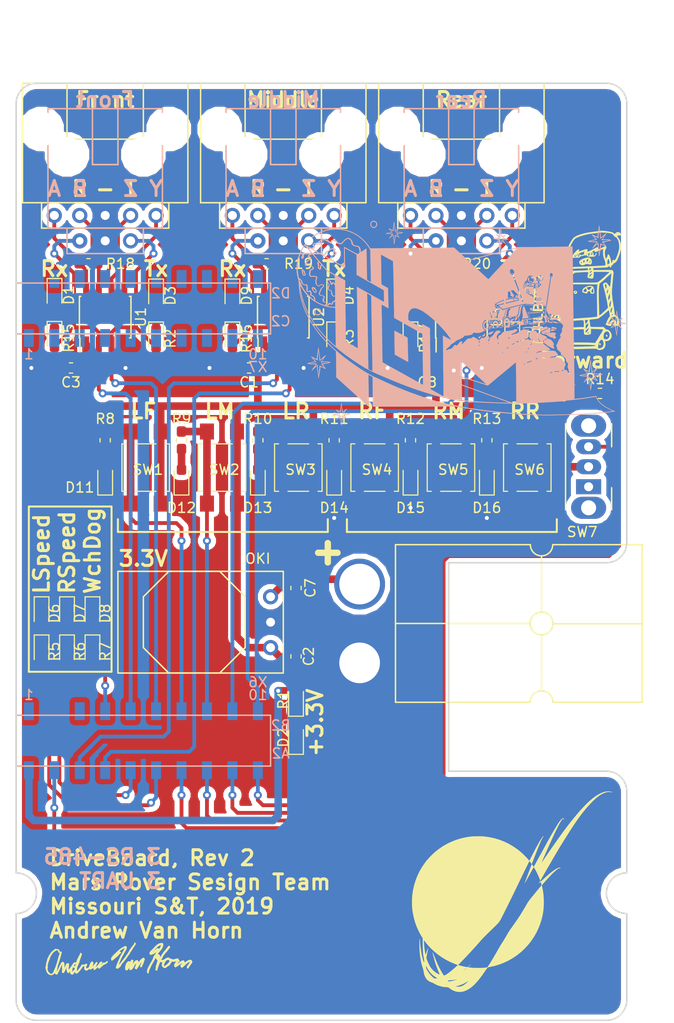
<source format=kicad_pcb>
(kicad_pcb (version 20171130) (host pcbnew "(5.0.2)-1")
  (layers (0 F.Cu signal) (31 B.Cu signal) (34 B.Paste user) (35 F.Paste user) (36 B.SilkS user) (37 F.SilkS user) (38 B.Mask user) (39 F.Mask user) (44 Edge.Cuts user))
  (net 0 "")
  (net 1 GND)
  (net 2 "Net-(U4-PadPM6)")
  (net 3 "Net-(U4-PadPQ1)")
  (net 4 "Net-(U4-PadPQ2)")
  (net 5 "Net-(U4-PadPQ3)")
  (net 6 "Net-(U4-PadPP3)")
  (net 7 "Net-(U4-PadPA7)")
  (net 8 "Net-(U4-PadPG1)")
  (net 9 "Net-(U4-PadPK4)")
  (net 10 "Net-(U4-PadPK5)")
  (net 11 "Net-(U4-PadPM0)")
  (net 12 "Net-(U4-PadPM1)")
  (net 13 "Net-(U4-PadPM2)")
  (net 14 "Net-(U4-PadPH0)")
  (net 15 "Net-(U4-PadPH1)")
  (net 16 "Net-(U4-PadPK6)")
  (net 17 "Net-(U4-PadPK7)")
  (net 18 "Net-(U4-PadPM7)")
  (net 19 "Net-(U4-PadPP5)")
  (net 20 /+12V)
  (net 21 "Net-(D3-Pad2)")
  (net 22 "Net-(D4-Pad2)")
  (net 23 "Net-(D5-Pad2)")
  (net 24 DIRECTION_SW)
  (net 25 "Net-(D6-Pad2)")
  (net 26 "Net-(D7-Pad2)")
  (net 27 "Net-(D8-Pad2)")
  (net 28 Lspeed)
  (net 29 Rspeed)
  (net 30 Watchdog)
  (net 31 "Net-(D2-Pad2)")
  (net 32 "Net-(U4-PadPB4)")
  (net 33 +3V3)
  (net 34 A1)
  (net 35 B1)
  (net 36 Z1)
  (net 37 Y1)
  (net 38 Y2)
  (net 39 Z2)
  (net 40 B2)
  (net 41 A2)
  (net 42 A3)
  (net 43 B3)
  (net 44 Z3)
  (net 45 Y3)
  (net 46 RX_1)
  (net 47 TX_1)
  (net 48 TX_2)
  (net 49 RX_2)
  (net 50 TX_3)
  (net 51 RX_3)
  (net 52 "Net-(U4-PadRese')")
  (net 53 "Net-(U4-Pad+5V')")
  (net 54 "Net-(D1-Pad2)")
  (net 55 "Net-(D9-Pad2)")
  (net 56 "Net-(D10-Pad2)")
  (net 57 "Net-(D11-Pad2)")
  (net 58 "Net-(D12-Pad2)")
  (net 59 "Net-(D13-Pad2)")
  (net 60 "Net-(D14-Pad2)")
  (net 61 "Net-(D15-Pad2)")
  (net 62 "Net-(D16-Pad2)")
  (net 63 "Net-(D17-Pad2)")
  (net 64 "Net-(SW7-Pad1)")
  (net 65 LF_SW)
  (net 66 LM_SW)
  (net 67 LR_SW)
  (net 68 RF_SW)
  (net 69 RM_SW)
  (net 70 RR_SW)
  (module Capacitor_SMD:C_0603_1608Metric_Pad1.05x0.95mm_HandSolder (layer F.Cu) (at 93.105 97.282 180)
    (fp_text reference C1 (at 0 -1.43 180) (layer F.SilkS))
    (fp_text value .1uF)
    (pad 1 smd roundrect (at -0.875 0 180) (size 1.05 0.95) (layers F.Cu F.Paste F.Mask) (net 33 +3V3))
    (pad 2 smd roundrect (at 0.875 0 180) (size 1.05 0.95) (layers F.Cu F.Paste F.Mask) (net 1 GND))
  )
  (module Capacitor_SMD:C_0603_1608Metric_Pad1.05x0.95mm_HandSolder (layer F.Cu) (at 97.79 126.097 90)
    (fp_text reference C2 (at 0 1.27 90) (layer F.SilkS))
    (fp_text value .1uF)
    (pad 2 smd roundrect (at 0.875 0 90) (size 1.05 0.95) (layers F.Cu F.Paste F.Mask) (net 1 GND))
    (pad 1 smd roundrect (at -0.875 0 90) (size 1.05 0.95) (layers F.Cu F.Paste F.Mask) (net 33 +3V3))
  )
  (module Capacitor_SMD:C_0603_1608Metric_Pad1.05x0.95mm_HandSolder (layer F.Cu) (at 75.325 97.282 180)
    (fp_text reference C3 (at 0 -1.43 180) (layer F.SilkS))
    (fp_text value .1uF)
    (pad 1 smd roundrect (at -0.875 0 180) (size 1.05 0.95) (layers F.Cu F.Paste F.Mask) (net 33 +3V3))
    (pad 2 smd roundrect (at 0.875 0 180) (size 1.05 0.95) (layers F.Cu F.Paste F.Mask) (net 1 GND))
  )
  (module Capacitor_SMD:C_0603_1608Metric_Pad1.05x0.95mm_HandSolder (layer F.Cu) (at 97.79 119.267 270)
    (fp_text reference C7 (at 0 -1.43 270) (layer F.SilkS))
    (fp_text value 10uF)
    (pad 1 smd roundrect (at -0.875 0 270) (size 1.05 0.95) (layers F.Cu F.Paste F.Mask) (net 20 /+12V))
    (pad 2 smd roundrect (at 0.875 0 270) (size 1.05 0.95) (layers F.Cu F.Paste F.Mask) (net 1 GND))
  )
  (module Capacitor_SMD:C_0603_1608Metric_Pad1.05x0.95mm_HandSolder (layer F.Cu) (at 110.885 97.282 180)
    (fp_text reference C8 (at 0 -1.43 180) (layer F.SilkS))
    (fp_text value 10uF)
    (pad 2 smd roundrect (at 0.875 0 180) (size 1.05 0.95) (layers F.Cu F.Paste F.Mask) (net 1 GND))
    (pad 1 smd roundrect (at -0.875 0 180) (size 1.05 0.95) (layers F.Cu F.Paste F.Mask) (net 33 +3V3))
  )
  (module MRDT_Connectors:Anderson_2_Horizontal_Side_by_Side (layer F.Cu) (at 107.7214 114.935 180)
    (fp_text reference Conn1 hide)
    (fp_text value AndersonPP)
    (pad 2 thru_hole circle (at 3.5814 -3.937 180) (size 5.08 5.08) (drill 4.06) (layers *.Cu *.Mask F.Paste) (net 20 /+12V))
    (pad 1 thru_hole circle (at 3.5814 -11.811 180) (size 5.08 5.08) (drill 4.06) (layers *.Cu *.Mask F.Paste) (net 1 GND))
  )
  (module MRDT_Connectors:MOLEX_SL_05_Horizontal (layer F.Cu) (at 78.74 82.042)
    (fp_text reference Conn2 hide)
    (fp_text value Molex_SL_05)
    (pad 1 thru_hole circle (at -5.08 0) (size 1.524 1.524) (drill 0.9) (layers *.Cu *.Mask) (net 34 A1))
    (pad 2 thru_hole circle (at -2.54 0) (size 1.524 1.524) (drill 0.9) (layers *.Cu *.Mask) (net 35 B1))
    (pad 3 thru_hole circle (at 0 0) (size 1.524 1.524) (drill 0.9) (layers *.Cu *.Mask) (net 1 GND))
    (pad 4 thru_hole circle (at 2.54 0) (size 1.524 1.524) (drill 0.9) (layers *.Cu *.Mask) (net 36 Z1))
    (pad 5 thru_hole circle (at 5.08 0) (size 1.524 1.524) (drill 0.9) (layers *.Cu *.Mask) (net 37 Y1))
    (pad "" np_thru_hole circle (at -6.35 -8.636) (size 3.45 3.45) (drill 3.45) (layers *.Cu *.Mask))
    (pad "" np_thru_hole circle (at 6.35 -8.636) (size 3.45 3.45) (drill 3.45) (layers *.Cu *.Mask))
  )
  (module MRDT_Connectors:MOLEX_SL_05_Horizontal (layer F.Cu) (at 96.52 82.042)
    (fp_text reference Conn3 hide)
    (fp_text value Molex_SL_05)
    (pad "" np_thru_hole circle (at 6.35 -8.636) (size 3.45 3.45) (drill 3.45) (layers *.Cu *.Mask))
    (pad "" np_thru_hole circle (at -6.35 -8.636) (size 3.45 3.45) (drill 3.45) (layers *.Cu *.Mask))
    (pad 5 thru_hole circle (at 5.08 0) (size 1.524 1.524) (drill 0.9) (layers *.Cu *.Mask) (net 38 Y2))
    (pad 4 thru_hole circle (at 2.54 0) (size 1.524 1.524) (drill 0.9) (layers *.Cu *.Mask) (net 39 Z2))
    (pad 3 thru_hole circle (at 0 0) (size 1.524 1.524) (drill 0.9) (layers *.Cu *.Mask) (net 1 GND))
    (pad 2 thru_hole circle (at -2.54 0) (size 1.524 1.524) (drill 0.9) (layers *.Cu *.Mask) (net 40 B2))
    (pad 1 thru_hole circle (at -5.08 0) (size 1.524 1.524) (drill 0.9) (layers *.Cu *.Mask) (net 41 A2))
  )
  (module MRDT_Connectors:MOLEX_SL_05_Horizontal (layer F.Cu) (at 114.3 82.042)
    (fp_text reference Conn4 hide)
    (fp_text value Molex_SL_05)
    (pad 1 thru_hole circle (at -5.08 0) (size 1.524 1.524) (drill 0.9) (layers *.Cu *.Mask) (net 42 A3))
    (pad 2 thru_hole circle (at -2.54 0) (size 1.524 1.524) (drill 0.9) (layers *.Cu *.Mask) (net 43 B3))
    (pad 3 thru_hole circle (at 0 0) (size 1.524 1.524) (drill 0.9) (layers *.Cu *.Mask) (net 1 GND))
    (pad 4 thru_hole circle (at 2.54 0) (size 1.524 1.524) (drill 0.9) (layers *.Cu *.Mask) (net 44 Z3))
    (pad 5 thru_hole circle (at 5.08 0) (size 1.524 1.524) (drill 0.9) (layers *.Cu *.Mask) (net 45 Y3))
    (pad "" np_thru_hole circle (at -6.35 -8.636) (size 3.45 3.45) (drill 3.45) (layers *.Cu *.Mask))
    (pad "" np_thru_hole circle (at 6.35 -8.636) (size 3.45 3.45) (drill 3.45) (layers *.Cu *.Mask))
  )
  (module MRDT_Connectors:MOLEX_SL_03_Horizontal (layer B.Cu) (at 78.74 84.582 180)
    (fp_text reference Conn5 hide)
    (fp_text value Molex_SL_03)
    (pad "" np_thru_hole circle (at 3.81 8.636 180) (size 3.45 3.45) (drill 3.45) (layers *.Cu *.Mask))
    (pad "" np_thru_hole circle (at -3.81 8.636 180) (size 3.45 3.45) (drill 3.45) (layers *.Cu *.Mask))
    (pad 3 thru_hole circle (at 2.54 0 180) (size 1.524 1.524) (drill 0.762) (layers *.Cu *.Mask) (net 46 RX_1))
    (pad 2 thru_hole circle (at 0 0 180) (size 1.524 1.524) (drill 0.9) (layers *.Cu *.Mask) (net 1 GND))
    (pad 1 thru_hole circle (at -2.54 0 180) (size 1.524 1.524) (drill 0.9) (layers *.Cu *.Mask) (net 47 TX_1))
  )
  (module MRDT_Connectors:MOLEX_SL_03_Horizontal (layer B.Cu) (at 96.52 84.582 180)
    (fp_text reference Conn6 hide)
    (fp_text value Molex_SL_03)
    (pad 1 thru_hole circle (at -2.54 0 180) (size 1.524 1.524) (drill 0.9) (layers *.Cu *.Mask) (net 48 TX_2))
    (pad 2 thru_hole circle (at 0 0 180) (size 1.524 1.524) (drill 0.9) (layers *.Cu *.Mask) (net 1 GND))
    (pad 3 thru_hole circle (at 2.54 0 180) (size 1.524 1.524) (drill 0.762) (layers *.Cu *.Mask) (net 49 RX_2))
    (pad "" np_thru_hole circle (at -3.81 8.636 180) (size 3.45 3.45) (drill 3.45) (layers *.Cu *.Mask))
    (pad "" np_thru_hole circle (at 3.81 8.636 180) (size 3.45 3.45) (drill 3.45) (layers *.Cu *.Mask))
  )
  (module MRDT_Connectors:MOLEX_SL_03_Horizontal (layer B.Cu) (at 114.3 84.582 180)
    (fp_text reference Conn7 hide)
    (fp_text value Molex_SL_03)
    (pad 1 thru_hole circle (at -2.54 0 180) (size 1.524 1.524) (drill 0.9) (layers *.Cu *.Mask) (net 50 TX_3))
    (pad 2 thru_hole circle (at 0 0 180) (size 1.524 1.524) (drill 0.9) (layers *.Cu *.Mask) (net 1 GND))
    (pad 3 thru_hole circle (at 2.54 0 180) (size 1.524 1.524) (drill 0.762) (layers *.Cu *.Mask) (net 51 RX_3))
    (pad "" np_thru_hole circle (at -3.81 8.636 180) (size 3.45 3.45) (drill 3.45) (layers *.Cu *.Mask))
    (pad "" np_thru_hole circle (at 3.81 8.636 180) (size 3.45 3.45) (drill 3.45) (layers *.Cu *.Mask))
  )
  (module LED_SMD:LED_0603_1608Metric_Pad1.05x0.95mm_HandSolder (layer F.Cu) (at 97.79 134.225 90)
    (fp_text reference D2 (at 0 -1.27 90) (layer F.SilkS))
    (fp_text value LED)
    (pad 1 smd roundrect (at -0.875 0 90) (size 1.05 0.95) (layers F.Cu F.Paste F.Mask) (net 1 GND))
    (pad 2 smd roundrect (at 0.875 0 90) (size 1.05 0.95) (layers F.Cu F.Paste F.Mask) (net 31 "Net-(D2-Pad2)"))
  )
  (module LED_SMD:LED_0603_1608Metric_Pad1.05x0.95mm_HandSolder (layer F.Cu) (at 83.82 90.057 270)
    (fp_text reference D3 (at 0 -1.43 270) (layer F.SilkS))
    (fp_text value LED)
    (pad 2 smd roundrect (at 0.875 0 270) (size 1.05 0.95) (layers F.Cu F.Paste F.Mask) (net 21 "Net-(D3-Pad2)"))
    (pad 1 smd roundrect (at -0.875 0 270) (size 1.05 0.95) (layers F.Cu F.Paste F.Mask) (net 1 GND))
  )
  (module LED_SMD:LED_0603_1608Metric_Pad1.05x0.95mm_HandSolder (layer F.Cu) (at 101.6 90.057 270)
    (fp_text reference D4 (at 0 -1.43 270) (layer F.SilkS))
    (fp_text value LED)
    (pad 1 smd roundrect (at -0.875 0 270) (size 1.05 0.95) (layers F.Cu F.Paste F.Mask) (net 1 GND))
    (pad 2 smd roundrect (at 0.875 0 270) (size 1.05 0.95) (layers F.Cu F.Paste F.Mask) (net 22 "Net-(D4-Pad2)"))
  )
  (module LED_SMD:LED_0603_1608Metric_Pad1.05x0.95mm_HandSolder (layer F.Cu) (at 119.38 90.057 270)
    (fp_text reference D5 (at 0 -1.43 270) (layer F.SilkS))
    (fp_text value LED)
    (pad 2 smd roundrect (at 0.875 0 270) (size 1.05 0.95) (layers F.Cu F.Paste F.Mask) (net 23 "Net-(D5-Pad2)"))
    (pad 1 smd roundrect (at -0.875 0 270) (size 1.05 0.95) (layers F.Cu F.Paste F.Mask) (net 1 GND))
  )
  (module LED_SMD:LED_0603_1608Metric_Pad1.05x0.95mm_HandSolder (layer F.Cu) (at 72.39 121.807 270)
    (fp_text reference D6 (at 0 -1.27 270) (layer F.SilkS))
    (fp_text value LED)
    (pad 2 smd roundrect (at 0.875 0 270) (size 1.05 0.95) (layers F.Cu F.Paste F.Mask) (net 25 "Net-(D6-Pad2)"))
    (pad 1 smd roundrect (at -0.875 0 270) (size 1.05 0.95) (layers F.Cu F.Paste F.Mask) (net 1 GND))
  )
  (module LED_SMD:LED_0603_1608Metric_Pad1.05x0.95mm_HandSolder (layer F.Cu) (at 74.93 121.807 270)
    (fp_text reference D7 (at 0 -1.27 270) (layer F.SilkS))
    (fp_text value LED)
    (pad 2 smd roundrect (at 0.875 0 270) (size 1.05 0.95) (layers F.Cu F.Paste F.Mask) (net 26 "Net-(D7-Pad2)"))
    (pad 1 smd roundrect (at -0.875 0 270) (size 1.05 0.95) (layers F.Cu F.Paste F.Mask) (net 1 GND))
  )
  (module LED_SMD:LED_0603_1608Metric_Pad1.05x0.95mm_HandSolder (layer F.Cu) (at 77.47 121.807 270)
    (fp_text reference D8 (at 0 -1.27 270) (layer F.SilkS))
    (fp_text value LED)
    (pad 2 smd roundrect (at 0.875 0 270) (size 1.05 0.95) (layers F.Cu F.Paste F.Mask) (net 27 "Net-(D8-Pad2)"))
    (pad 1 smd roundrect (at -0.875 0 270) (size 1.05 0.95) (layers F.Cu F.Paste F.Mask) (net 1 GND))
  )
  (module LED_SMD:LED_0603_1608Metric_Pad1.05x0.95mm_HandSolder (layer F.Cu) (at 97.79 130.415 90)
    (fp_text reference R1 (at 0 -1.27 90) (layer F.SilkS))
    (fp_text value 500)
    (pad 2 smd roundrect (at 0.875 0 90) (size 1.05 0.95) (layers F.Cu F.Paste F.Mask) (net 33 +3V3))
    (pad 1 smd roundrect (at -0.875 0 90) (size 1.05 0.95) (layers F.Cu F.Paste F.Mask) (net 31 "Net-(D2-Pad2)"))
  )
  (module LED_SMD:LED_0603_1608Metric_Pad1.05x0.95mm_HandSolder (layer F.Cu) (at 83.82 94.347 270)
    (fp_text reference R2 (at 0 -1.43 270) (layer F.SilkS))
    (fp_text value 500)
    (pad 1 smd roundrect (at -0.875 0 270) (size 1.05 0.95) (layers F.Cu F.Paste F.Mask) (net 21 "Net-(D3-Pad2)"))
    (pad 2 smd roundrect (at 0.875 0 270) (size 1.05 0.95) (layers F.Cu F.Paste F.Mask) (net 47 TX_1))
  )
  (module LED_SMD:LED_0603_1608Metric_Pad1.05x0.95mm_HandSolder (layer F.Cu) (at 101.6 94.347 270)
    (fp_text reference R3 (at 0 -1.43 270) (layer F.SilkS))
    (fp_text value 500)
    (pad 1 smd roundrect (at -0.875 0 270) (size 1.05 0.95) (layers F.Cu F.Paste F.Mask) (net 22 "Net-(D4-Pad2)"))
    (pad 2 smd roundrect (at 0.875 0 270) (size 1.05 0.95) (layers F.Cu F.Paste F.Mask) (net 48 TX_2))
  )
  (module LED_SMD:LED_0603_1608Metric_Pad1.05x0.95mm_HandSolder (layer F.Cu) (at 119.38 94.347 270)
    (fp_text reference R4 (at 0 -1.43 270) (layer F.SilkS))
    (fp_text value 500)
    (pad 2 smd roundrect (at 0.875 0 270) (size 1.05 0.95) (layers F.Cu F.Paste F.Mask) (net 50 TX_3))
    (pad 1 smd roundrect (at -0.875 0 270) (size 1.05 0.95) (layers F.Cu F.Paste F.Mask) (net 23 "Net-(D5-Pad2)"))
  )
  (module LED_SMD:LED_0603_1608Metric_Pad1.05x0.95mm_HandSolder (layer F.Cu) (at 72.39 125.617 270)
    (fp_text reference R5 (at 0 -1.27 270) (layer F.SilkS))
    (fp_text value 500)
    (pad 1 smd roundrect (at -0.875 0 270) (size 1.05 0.95) (layers F.Cu F.Paste F.Mask) (net 25 "Net-(D6-Pad2)"))
    (pad 2 smd roundrect (at 0.875 0 270) (size 1.05 0.95) (layers F.Cu F.Paste F.Mask) (net 28 Lspeed))
  )
  (module LED_SMD:LED_0603_1608Metric_Pad1.05x0.95mm_HandSolder (layer F.Cu) (at 74.93 125.617 270)
    (fp_text reference R6 (at 0 -1.27 270) (layer F.SilkS))
    (fp_text value 500)
    (pad 1 smd roundrect (at -0.875 0 270) (size 1.05 0.95) (layers F.Cu F.Paste F.Mask) (net 26 "Net-(D7-Pad2)"))
    (pad 2 smd roundrect (at 0.875 0 270) (size 1.05 0.95) (layers F.Cu F.Paste F.Mask) (net 29 Rspeed))
  )
  (module LED_SMD:LED_0603_1608Metric_Pad1.05x0.95mm_HandSolder (layer F.Cu) (at 77.47 125.617 270)
    (fp_text reference R7 (at 0 -1.27 270) (layer F.SilkS))
    (fp_text value 500)
    (pad 1 smd roundrect (at -0.875 0 270) (size 1.05 0.95) (layers F.Cu F.Paste F.Mask) (net 27 "Net-(D8-Pad2)"))
    (pad 2 smd roundrect (at 0.875 0 270) (size 1.05 0.95) (layers F.Cu F.Paste F.Mask) (net 30 Watchdog))
  )
  (module Resistor_SMD:R_0603_1608Metric_Pad1.05x0.95mm_HandSolder (layer F.Cu) (at 78.74 104.507 90)
    (fp_text reference R8 (at 2.145 0 180) (layer F.SilkS))
    (fp_text value 500)
    (pad 1 smd roundrect (at -0.875 0 90) (size 1.05 0.95) (layers F.Cu F.Paste F.Mask) (net 57 "Net-(D11-Pad2)"))
    (pad 2 smd roundrect (at 0.875 0 90) (size 1.05 0.95) (layers F.Cu F.Paste F.Mask) (net 65 LF_SW))
  )
  (module Resistor_SMD:R_0603_1608Metric_Pad1.05x0.95mm_HandSolder (layer F.Cu) (at 86.36 104.507 90)
    (fp_text reference R9 (at 2.145 0 180) (layer F.SilkS))
    (fp_text value 500)
    (pad 2 smd roundrect (at 0.875 0 90) (size 1.05 0.95) (layers F.Cu F.Paste F.Mask) (net 66 LM_SW))
    (pad 1 smd roundrect (at -0.875 0 90) (size 1.05 0.95) (layers F.Cu F.Paste F.Mask) (net 58 "Net-(D12-Pad2)"))
  )
  (module Resistor_SMD:R_0603_1608Metric_Pad1.05x0.95mm_HandSolder (layer F.Cu) (at 93.98 104.507 90)
    (fp_text reference R10 (at 2.145 0 180) (layer F.SilkS))
    (fp_text value 500)
    (pad 1 smd roundrect (at -0.875 0 90) (size 1.05 0.95) (layers F.Cu F.Paste F.Mask) (net 59 "Net-(D13-Pad2)"))
    (pad 2 smd roundrect (at 0.875 0 90) (size 1.05 0.95) (layers F.Cu F.Paste F.Mask) (net 67 LR_SW))
  )
  (module Resistor_SMD:R_0603_1608Metric_Pad1.05x0.95mm_HandSolder (layer F.Cu) (at 101.6 104.507 90)
    (fp_text reference R11 (at 2.145 0 180) (layer F.SilkS))
    (fp_text value 500)
    (pad 2 smd roundrect (at 0.875 0 90) (size 1.05 0.95) (layers F.Cu F.Paste F.Mask) (net 68 RF_SW))
    (pad 1 smd roundrect (at -0.875 0 90) (size 1.05 0.95) (layers F.Cu F.Paste F.Mask) (net 60 "Net-(D14-Pad2)"))
  )
  (module Resistor_SMD:R_0603_1608Metric_Pad1.05x0.95mm_HandSolder (layer F.Cu) (at 109.22 104.507 90)
    (fp_text reference R12 (at 2.145 0 180) (layer F.SilkS))
    (fp_text value 500)
    (pad 1 smd roundrect (at -0.875 0 90) (size 1.05 0.95) (layers F.Cu F.Paste F.Mask) (net 61 "Net-(D15-Pad2)"))
    (pad 2 smd roundrect (at 0.875 0 90) (size 1.05 0.95) (layers F.Cu F.Paste F.Mask) (net 69 RM_SW))
  )
  (module Resistor_SMD:R_0603_1608Metric_Pad1.05x0.95mm_HandSolder (layer F.Cu) (at 116.84 104.507 90)
    (fp_text reference R13 (at 2.145 0 180) (layer F.SilkS))
    (fp_text value 500)
    (pad 2 smd roundrect (at 0.875 0 90) (size 1.05 0.95) (layers F.Cu F.Paste F.Mask) (net 70 RR_SW))
    (pad 1 smd roundrect (at -0.875 0 90) (size 1.05 0.95) (layers F.Cu F.Paste F.Mask) (net 62 "Net-(D16-Pad2)"))
  )
  (module Resistor_SMD:R_0603_1608Metric_Pad1.05x0.95mm_HandSolder (layer F.Cu) (at 128.129 99.822)
    (fp_text reference R14 (at 0 -1.43) (layer F.SilkS))
    (fp_text value 500)
    (pad 1 smd roundrect (at -0.875 0) (size 1.05 0.95) (layers F.Cu F.Paste F.Mask) (net 63 "Net-(D17-Pad2)"))
    (pad 2 smd roundrect (at 0.875 0) (size 1.05 0.95) (layers F.Cu F.Paste F.Mask) (net 24 DIRECTION_SW))
  )
  (module Button_Switch_SMD:SW_SPST_TL3305A (layer F.Cu) (at 82.78 107.232 270)
    (fp_text reference SW1 (at 0.21 -0.23) (layer F.SilkS))
    (fp_text value SW_Push)
    (pad 1 smd rect (at 3.6 -1.5 270) (size 1.6 1.4) (layers F.Cu F.Paste F.Mask) (net 33 +3V3))
    (pad 1 smd rect (at -3.6 -1.5 270) (size 1.6 1.4) (layers F.Cu F.Paste F.Mask) (net 33 +3V3))
    (pad 2 smd rect (at 3.6 1.5 270) (size 1.6 1.4) (layers F.Cu F.Paste F.Mask) (net 65 LF_SW))
    (pad 2 smd rect (at -3.6 1.5 270) (size 1.6 1.4) (layers F.Cu F.Paste F.Mask) (net 65 LF_SW))
  )
  (module Button_Switch_SMD:SW_SPST_TL3305A (layer F.Cu) (at 90.4 107.232 270)
    (fp_text reference SW2 (at 0.21 -0.23) (layer F.SilkS))
    (fp_text value SW_Push)
    (pad 2 smd rect (at -3.6 1.5 270) (size 1.6 1.4) (layers F.Cu F.Paste F.Mask) (net 66 LM_SW))
    (pad 2 smd rect (at 3.6 1.5 270) (size 1.6 1.4) (layers F.Cu F.Paste F.Mask) (net 66 LM_SW))
    (pad 1 smd rect (at -3.6 -1.5 270) (size 1.6 1.4) (layers F.Cu F.Paste F.Mask) (net 33 +3V3))
    (pad 1 smd rect (at 3.6 -1.5 270) (size 1.6 1.4) (layers F.Cu F.Paste F.Mask) (net 33 +3V3))
  )
  (module Button_Switch_SMD:SW_SPST_TL3305A (layer F.Cu) (at 98.02 107.232 270)
    (fp_text reference SW3 (at 0.21 -0.23) (layer F.SilkS))
    (fp_text value SW_Push)
    (pad 1 smd rect (at 3.6 -1.5 270) (size 1.6 1.4) (layers F.Cu F.Paste F.Mask) (net 33 +3V3))
    (pad 1 smd rect (at -3.6 -1.5 270) (size 1.6 1.4) (layers F.Cu F.Paste F.Mask) (net 33 +3V3))
    (pad 2 smd rect (at 3.6 1.5 270) (size 1.6 1.4) (layers F.Cu F.Paste F.Mask) (net 67 LR_SW))
    (pad 2 smd rect (at -3.6 1.5 270) (size 1.6 1.4) (layers F.Cu F.Paste F.Mask) (net 67 LR_SW))
  )
  (module Button_Switch_SMD:SW_SPST_TL3305A (layer F.Cu) (at 105.64 107.232 270)
    (fp_text reference SW4 (at 0.21 -0.23) (layer F.SilkS))
    (fp_text value SW_Push)
    (pad 2 smd rect (at -3.6 1.5 270) (size 1.6 1.4) (layers F.Cu F.Paste F.Mask) (net 68 RF_SW))
    (pad 2 smd rect (at 3.6 1.5 270) (size 1.6 1.4) (layers F.Cu F.Paste F.Mask) (net 68 RF_SW))
    (pad 1 smd rect (at -3.6 -1.5 270) (size 1.6 1.4) (layers F.Cu F.Paste F.Mask) (net 33 +3V3))
    (pad 1 smd rect (at 3.6 -1.5 270) (size 1.6 1.4) (layers F.Cu F.Paste F.Mask) (net 33 +3V3))
  )
  (module Button_Switch_SMD:SW_SPST_TL3305A (layer F.Cu) (at 113.26 107.232 270)
    (fp_text reference SW5 (at 0.21 -0.23) (layer F.SilkS))
    (fp_text value SW_Push)
    (pad 1 smd rect (at 3.6 -1.5 270) (size 1.6 1.4) (layers F.Cu F.Paste F.Mask) (net 33 +3V3))
    (pad 1 smd rect (at -3.6 -1.5 270) (size 1.6 1.4) (layers F.Cu F.Paste F.Mask) (net 33 +3V3))
    (pad 2 smd rect (at 3.6 1.5 270) (size 1.6 1.4) (layers F.Cu F.Paste F.Mask) (net 69 RM_SW))
    (pad 2 smd rect (at -3.6 1.5 270) (size 1.6 1.4) (layers F.Cu F.Paste F.Mask) (net 69 RM_SW))
  )
  (module Button_Switch_SMD:SW_SPST_TL3305A (layer F.Cu) (at 120.88 107.232 270)
    (fp_text reference SW6 (at 0.21 -0.23) (layer F.SilkS))
    (fp_text value SW_Push)
    (pad 2 smd rect (at -3.6 1.5 270) (size 1.6 1.4) (layers F.Cu F.Paste F.Mask) (net 70 RR_SW))
    (pad 2 smd rect (at 3.6 1.5 270) (size 1.6 1.4) (layers F.Cu F.Paste F.Mask) (net 70 RR_SW))
    (pad 1 smd rect (at -3.6 -1.5 270) (size 1.6 1.4) (layers F.Cu F.Paste F.Mask) (net 33 +3V3))
    (pad 1 smd rect (at 3.6 -1.5 270) (size 1.6 1.4) (layers F.Cu F.Paste F.Mask) (net 33 +3V3))
  )
  (module Button_Switch_THT:SW_CuK_OS102011MA1QN1_SPDT_Angled (layer F.Cu) (at 127 109.152 90)
    (fp_text reference SW7 (at -4.513 -0.635 180) (layer F.SilkS))
    (fp_text value SW_SPDT)
    (pad 1 thru_hole rect (at 0 0 90) (size 1.5 2.5) (drill 0.9) (layers *.Cu *.Mask) (net 64 "Net-(SW7-Pad1)"))
    (pad 2 thru_hole oval (at 2 0 90) (size 1.5 2.5) (drill 0.9) (layers *.Cu *.Mask) (net 33 +3V3))
    (pad 3 thru_hole oval (at 4 0 90) (size 1.5 2.5) (drill 0.9) (layers *.Cu *.Mask) (net 24 DIRECTION_SW))
    (pad "" thru_hole oval (at -2.1 0 90) (size 2.2 3.5) (drill 1.5) (layers *.Cu *.Mask))
    (pad "" thru_hole oval (at 6.1 0 90) (size 2.2 3.5) (drill 1.5) (layers *.Cu *.Mask))
  )
  (module Package_SO:SOIC-8_3.9x4.9mm_P1.27mm (layer F.Cu) (at 78.74 92.202 90)
    (fp_text reference U1 (at 0 3.556 90) (layer F.SilkS))
    (fp_text value MAX3077E)
    (pad 1 smd rect (at -2.7 -1.905 90) (size 1.55 0.6) (layers F.Cu F.Paste F.Mask) (net 33 +3V3))
    (pad 2 smd rect (at -2.7 -0.635 90) (size 1.55 0.6) (layers F.Cu F.Paste F.Mask) (net 46 RX_1))
    (pad 3 smd rect (at -2.7 0.635 90) (size 1.55 0.6) (layers F.Cu F.Paste F.Mask) (net 47 TX_1))
    (pad 4 smd rect (at -2.7 1.905 90) (size 1.55 0.6) (layers F.Cu F.Paste F.Mask) (net 1 GND))
    (pad 5 smd rect (at 2.7 1.905 90) (size 1.55 0.6) (layers F.Cu F.Paste F.Mask) (net 37 Y1))
    (pad 6 smd rect (at 2.7 0.635 90) (size 1.55 0.6) (layers F.Cu F.Paste F.Mask) (net 36 Z1))
    (pad 7 smd rect (at 2.7 -0.635 90) (size 1.55 0.6) (layers F.Cu F.Paste F.Mask) (net 35 B1))
    (pad 8 smd rect (at 2.7 -1.905 90) (size 1.55 0.6) (layers F.Cu F.Paste F.Mask) (net 34 A1))
  )
  (module Package_SO:SOIC-8_3.9x4.9mm_P1.27mm (layer F.Cu) (at 96.52 92.202 90)
    (fp_text reference U2 (at 0 3.556 90) (layer F.SilkS))
    (fp_text value MAX3077E)
    (pad 8 smd rect (at 2.7 -1.905 90) (size 1.55 0.6) (layers F.Cu F.Paste F.Mask) (net 41 A2))
    (pad 7 smd rect (at 2.7 -0.635 90) (size 1.55 0.6) (layers F.Cu F.Paste F.Mask) (net 40 B2))
    (pad 6 smd rect (at 2.7 0.635 90) (size 1.55 0.6) (layers F.Cu F.Paste F.Mask) (net 39 Z2))
    (pad 5 smd rect (at 2.7 1.905 90) (size 1.55 0.6) (layers F.Cu F.Paste F.Mask) (net 38 Y2))
    (pad 4 smd rect (at -2.7 1.905 90) (size 1.55 0.6) (layers F.Cu F.Paste F.Mask) (net 1 GND))
    (pad 3 smd rect (at -2.7 0.635 90) (size 1.55 0.6) (layers F.Cu F.Paste F.Mask) (net 48 TX_2))
    (pad 2 smd rect (at -2.7 -0.635 90) (size 1.55 0.6) (layers F.Cu F.Paste F.Mask) (net 49 RX_2))
    (pad 1 smd rect (at -2.7 -1.905 90) (size 1.55 0.6) (layers F.Cu F.Paste F.Mask) (net 33 +3V3))
  )
  (module MRDT_Devices:OKI_Horizontal (layer F.Cu) (at 96.52 117.602 270)
    (fp_text reference U3 hide)
    (fp_text value OKI (at -1.27 2.54) (layer F.SilkS))
    (pad 1 thru_hole circle (at 2.54 1.27 270) (size 1.524 1.524) (drill 0.889) (layers *.Cu *.Mask) (net 20 /+12V))
    (pad 2 thru_hole circle (at 5.08 1.27 270) (size 1.524 1.524) (drill 0.889) (layers *.Cu *.Mask) (net 1 GND))
    (pad 3 thru_hole circle (at 7.62 1.27 270) (size 1.524 1.524) (drill 0.889) (layers *.Cu *.Mask) (net 33 +3V3))
  )
  (module Package_SO:SOIC-8_3.9x4.9mm_P1.27mm (layer F.Cu) (at 114.3 92.202 90)
    (fp_text reference U5 (at 0 3.556 90) (layer F.SilkS))
    (fp_text value MAX3077E)
    (pad 1 smd rect (at -2.7 -1.905 90) (size 1.55 0.6) (layers F.Cu F.Paste F.Mask) (net 33 +3V3))
    (pad 2 smd rect (at -2.7 -0.635 90) (size 1.55 0.6) (layers F.Cu F.Paste F.Mask) (net 51 RX_3))
    (pad 3 smd rect (at -2.7 0.635 90) (size 1.55 0.6) (layers F.Cu F.Paste F.Mask) (net 50 TX_3))
    (pad 4 smd rect (at -2.7 1.905 90) (size 1.55 0.6) (layers F.Cu F.Paste F.Mask) (net 1 GND))
    (pad 5 smd rect (at 2.7 1.905 90) (size 1.55 0.6) (layers F.Cu F.Paste F.Mask) (net 45 Y3))
    (pad 6 smd rect (at 2.7 0.635 90) (size 1.55 0.6) (layers F.Cu F.Paste F.Mask) (net 44 Z3))
    (pad 7 smd rect (at 2.7 -0.635 90) (size 1.55 0.6) (layers F.Cu F.Paste F.Mask) (net 43 B3))
    (pad 8 smd rect (at 2.7 -1.905 90) (size 1.55 0.6) (layers F.Cu F.Paste F.Mask) (net 42 A3))
  )
  (module MRDT_Shields:TM4C129E_Launchpad_X7_SMD_BOTTOM (layer F.Cu) (at 69.85 137.0584)
    (fp_text reference U4 hide)
    (fp_text value TM4C129E_Launchpad hide)
    (fp_text user 1 (at 1.27 -41.148 180) (layer B.SilkS) (effects (justify mirror)))
    (fp_text user 10 (at 24.13 -41.148 180) (layer B.SilkS) (effects (justify mirror)))
    (fp_text user 10 (at 24.13 -7.112 180) (layer B.SilkS) (effects (justify mirror)))
    (fp_text user 1 (at 1.27 -7.112 180) (layer B.SilkS) (effects (justify mirror)))
    (fp_text user X7 (at 24.13 -39.878 180) (layer B.SilkS) (effects (justify mirror)))
    (fp_text user X6 (at 24.13 -8.382) (layer B.SilkS) (effects (justify mirror)))
    (fp_text user C2 (at 26.416 -44.45 180) (layer B.SilkS) (effects (justify mirror)))
    (fp_text user D2 (at 26.416 -47.244) (layer B.SilkS) (effects (justify mirror)))
    (fp_text user B2 (at 26.416 -4.064 180) (layer B.SilkS) (effects (justify mirror)))
    (fp_text user A2 (at 26.416 -1.27 180) (layer B.SilkS) (effects (justify mirror)))
    (pad +3V3' smd rect (at 1.27 0.4064 180) (size 0.9906 1.778) (layers B.Cu B.Paste B.Mask) (net 33 +3V3))
    (pad PM6 smd rect (at 24.13 -48.6664 180) (size 0.9906 1.778) (layers B.Cu B.Paste B.Mask) (net 2 "Net-(U4-PadPM6)"))
    (pad PQ1 smd rect (at 21.59 -48.6664 180) (size 0.9906 1.778) (layers B.Cu B.Paste B.Mask) (net 3 "Net-(U4-PadPQ1)"))
    (pad PQ2 smd rect (at 13.97 -48.6664 180) (size 0.9906 1.778) (layers B.Cu B.Paste B.Mask) (net 4 "Net-(U4-PadPQ2)"))
    (pad PK0 smd rect (at 11.43 -5.4864 180) (size 0.9906 1.778) (layers B.Cu B.Paste B.Mask) (net 46 RX_1))
    (pad PQ3 smd rect (at 16.51 -48.6664 180) (size 0.9906 1.778) (layers B.Cu B.Paste B.Mask) (net 5 "Net-(U4-PadPQ3)"))
    (pad PP3 smd rect (at 19.05 -48.6664 180) (size 0.9906 1.778) (layers B.Cu B.Paste B.Mask) (net 6 "Net-(U4-PadPP3)"))
    (pad PQ0 smd rect (at 16.51 0.4064 180) (size 0.9906 1.778) (layers B.Cu B.Paste B.Mask) (net 70 RR_SW))
    (pad PA4 smd rect (at 21.59 -5.4864 180) (size 0.9906 1.778) (layers B.Cu B.Paste B.Mask) (net 51 RX_3))
    (pad Rese' smd rect (at 11.43 -48.6664 180) (size 0.9906 1.778) (layers B.Cu B.Paste B.Mask) (net 52 "Net-(U4-PadRese')"))
    (pad PA7 smd rect (at 8.89 -48.6664 180) (size 0.9906 1.778) (layers B.Cu B.Paste B.Mask) (net 7 "Net-(U4-PadPA7)"))
    (pad PN5 smd rect (at 21.59 0.4064 180) (size 0.9906 1.778) (layers B.Cu B.Paste B.Mask) (net 68 RF_SW))
    (pad PK2 smd rect (at 16.51 -5.4864 180) (size 0.9906 1.778) (layers B.Cu B.Paste B.Mask) (net 65 LF_SW))
    (pad PK1 smd rect (at 13.97 -5.4864 180) (size 0.9906 1.778) (layers B.Cu B.Paste B.Mask) (net 47 TX_1))
    (pad +5V' smd rect (at 1.27 -5.4864 180) (size 0.9906 1.778) (layers B.Cu B.Paste B.Mask) (net 53 "Net-(U4-Pad+5V')"))
    (pad GND smd rect (at 3.81 -5.4864 180) (size 0.9906 1.778) (layers B.Cu B.Paste B.Mask) (net 1 GND))
    (pad PB4 smd rect (at 6.35 -5.4864 180) (size 0.9906 1.778) (layers B.Cu B.Paste B.Mask) (net 32 "Net-(U4-PadPB4)"))
    (pad PB5 smd rect (at 8.89 -5.4864 180) (size 0.9906 1.778) (layers B.Cu B.Paste B.Mask) (net 30 Watchdog))
    (pad PK3 smd rect (at 19.05 -5.4864 180) (size 0.9906 1.778) (layers B.Cu B.Paste B.Mask) (net 66 LM_SW))
    (pad PA5 smd rect (at 24.13 -5.4864 180) (size 0.9906 1.778) (layers B.Cu B.Paste B.Mask) (net 50 TX_3))
    (pad PD2 smd rect (at 3.81 0.4064 180) (size 0.9906 1.778) (layers B.Cu B.Paste B.Mask) (net 24 DIRECTION_SW))
    (pad PP0 smd rect (at 6.35 0.4064 180) (size 0.9906 1.778) (layers B.Cu B.Paste B.Mask) (net 49 RX_2))
    (pad PP1 smd rect (at 8.89 0.4064 180) (size 0.9906 1.778) (layers B.Cu B.Paste B.Mask) (net 48 TX_2))
    (pad PD4 smd rect (at 11.43 0.4064 180) (size 0.9906 1.778) (layers B.Cu B.Paste B.Mask) (net 29 Rspeed))
    (pad PD5 smd rect (at 13.97 0.4064 180) (size 0.9906 1.778) (layers B.Cu B.Paste B.Mask) (net 28 Lspeed))
    (pad PP4 smd rect (at 19.05 0.4064 180) (size 0.9906 1.778) (layers B.Cu B.Paste B.Mask) (net 69 RM_SW))
    (pad PN4 smd rect (at 24.13 0.4064 180) (size 0.9906 1.778) (layers B.Cu B.Paste B.Mask) (net 67 LR_SW))
    (pad PG1 smd rect (at 1.27 -42.7736 180) (size 0.9906 1.778) (layers B.Cu B.Paste B.Mask) (net 8 "Net-(U4-PadPG1)"))
    (pad PK4 smd rect (at 3.81 -42.7736 180) (size 0.9906 1.778) (layers B.Cu B.Paste B.Mask) (net 9 "Net-(U4-PadPK4)"))
    (pad PK5 smd rect (at 6.35 -42.7736 180) (size 0.9906 1.778) (layers B.Cu B.Paste B.Mask) (net 10 "Net-(U4-PadPK5)"))
    (pad PM0 smd rect (at 8.89 -42.7736 180) (size 0.9906 1.778) (layers B.Cu B.Paste B.Mask) (net 11 "Net-(U4-PadPM0)"))
    (pad PM1 smd rect (at 11.43 -42.7736 180) (size 0.9906 1.778) (layers B.Cu B.Paste B.Mask) (net 12 "Net-(U4-PadPM1)"))
    (pad PM2 smd rect (at 13.97 -42.7736 180) (size 0.9906 1.778) (layers B.Cu B.Paste B.Mask) (net 13 "Net-(U4-PadPM2)"))
    (pad PH0 smd rect (at 16.51 -42.7736 180) (size 0.9906 1.778) (layers B.Cu B.Paste B.Mask) (net 14 "Net-(U4-PadPH0)"))
    (pad PH1 smd rect (at 19.05 -42.7736 180) (size 0.9906 1.778) (layers B.Cu B.Paste B.Mask) (net 15 "Net-(U4-PadPH1)"))
    (pad PK6 smd rect (at 21.59 -42.7736 180) (size 0.9906 1.778) (layers B.Cu B.Paste B.Mask) (net 16 "Net-(U4-PadPK6)"))
    (pad PK7 smd rect (at 24.13 -42.7736 180) (size 0.9906 1.778) (layers B.Cu B.Paste B.Mask) (net 17 "Net-(U4-PadPK7)"))
    (pad GND smd rect (at 1.27 -48.6664 180) (size 0.9906 1.778) (layers B.Cu B.Paste B.Mask) (net 1 GND))
    (pad PM7 smd rect (at 3.81 -48.6664 180) (size 0.9906 1.778) (layers B.Cu B.Paste B.Mask) (net 18 "Net-(U4-PadPM7)"))
    (pad PP5 smd rect (at 6.35 -48.6664 180) (size 0.9906 1.778) (layers B.Cu B.Paste B.Mask) (net 19 "Net-(U4-PadPP5)"))
  )
  (module LED_SMD:LED_0603_1608Metric_Pad1.05x0.95mm_HandSolder (layer F.Cu) (at 73.681533 90.003618 270)
    (fp_text reference D1 (at 0 -1.43 270) (layer F.SilkS))
    (fp_text value LED)
    (pad 2 smd roundrect (at 0.875 0 270) (size 1.05 0.95) (layers F.Cu F.Paste F.Mask) (net 54 "Net-(D1-Pad2)"))
    (pad 1 smd roundrect (at -0.875 0 270) (size 1.05 0.95) (layers F.Cu F.Paste F.Mask) (net 1 GND))
  )
  (module LED_SMD:LED_0603_1608Metric_Pad1.05x0.95mm_HandSolder (layer F.Cu) (at 91.44 90.057 270)
    (fp_text reference D9 (at 0 -1.43 270) (layer F.SilkS))
    (fp_text value LED)
    (pad 1 smd roundrect (at -0.875 0 270) (size 1.05 0.95) (layers F.Cu F.Paste F.Mask) (net 1 GND))
    (pad 2 smd roundrect (at 0.875 0 270) (size 1.05 0.95) (layers F.Cu F.Paste F.Mask) (net 55 "Net-(D9-Pad2)"))
  )
  (module LED_SMD:LED_0603_1608Metric_Pad1.05x0.95mm_HandSolder (layer F.Cu) (at 109.22 90.057 270)
    (fp_text reference D10 (at 0 -1.43 270) (layer F.SilkS))
    (fp_text value LED)
    (pad 2 smd roundrect (at 0.875 0 270) (size 1.05 0.95) (layers F.Cu F.Paste F.Mask) (net 56 "Net-(D10-Pad2)"))
    (pad 1 smd roundrect (at -0.875 0 270) (size 1.05 0.95) (layers F.Cu F.Paste F.Mask) (net 1 GND))
  )
  (module LED_SMD:LED_0603_1608Metric_Pad1.05x0.95mm_HandSolder (layer F.Cu) (at 73.681533 94.293618 270)
    (fp_text reference R15 (at 0 -1.43 270) (layer F.SilkS))
    (fp_text value 500)
    (pad 1 smd roundrect (at -0.875 0 270) (size 1.05 0.95) (layers F.Cu F.Paste F.Mask) (net 54 "Net-(D1-Pad2)"))
    (pad 2 smd roundrect (at 0.875 0 270) (size 1.05 0.95) (layers F.Cu F.Paste F.Mask) (net 46 RX_1))
  )
  (module LED_SMD:LED_0603_1608Metric_Pad1.05x0.95mm_HandSolder (layer F.Cu) (at 91.44 94.347 270)
    (fp_text reference R16 (at 0 -1.43 270) (layer F.SilkS))
    (fp_text value 500)
    (pad 1 smd roundrect (at -0.875 0 270) (size 1.05 0.95) (layers F.Cu F.Paste F.Mask) (net 55 "Net-(D9-Pad2)"))
    (pad 2 smd roundrect (at 0.875 0 270) (size 1.05 0.95) (layers F.Cu F.Paste F.Mask) (net 49 RX_2))
  )
  (module LED_SMD:LED_0603_1608Metric_Pad1.05x0.95mm_HandSolder (layer F.Cu) (at 109.22 94.347 270)
    (fp_text reference R17 (at 0 -1.43 270) (layer F.SilkS))
    (fp_text value 500)
    (pad 2 smd roundrect (at 0.875 0 270) (size 1.05 0.95) (layers F.Cu F.Paste F.Mask) (net 51 RX_3))
    (pad 1 smd roundrect (at -0.875 0 270) (size 1.05 0.95) (layers F.Cu F.Paste F.Mask) (net 56 "Net-(D10-Pad2)"))
  )
  (module LED_SMD:LED_0603_1608Metric_Pad1.05x0.95mm_HandSolder (layer F.Cu) (at 78.74 108.317 90)
    (fp_text reference D11 (at -0.903 -2.54 180) (layer F.SilkS))
    (fp_text value LED)
    (pad 1 smd roundrect (at -0.875 0 90) (size 1.05 0.95) (layers F.Cu F.Paste F.Mask) (net 1 GND))
    (pad 2 smd roundrect (at 0.875 0 90) (size 1.05 0.95) (layers F.Cu F.Paste F.Mask) (net 57 "Net-(D11-Pad2)"))
  )
  (module LED_SMD:LED_0603_1608Metric_Pad1.05x0.95mm_HandSolder (layer F.Cu) (at 86.36 108.317 90)
    (fp_text reference D12 (at -2.935 0 180) (layer F.SilkS))
    (fp_text value LED)
    (pad 2 smd roundrect (at 0.875 0 90) (size 1.05 0.95) (layers F.Cu F.Paste F.Mask) (net 58 "Net-(D12-Pad2)"))
    (pad 1 smd roundrect (at -0.875 0 90) (size 1.05 0.95) (layers F.Cu F.Paste F.Mask) (net 1 GND))
  )
  (module LED_SMD:LED_0603_1608Metric_Pad1.05x0.95mm_HandSolder (layer F.Cu) (at 93.98 108.317 90)
    (fp_text reference D13 (at -2.935 0 180) (layer F.SilkS))
    (fp_text value LED)
    (pad 1 smd roundrect (at -0.875 0 90) (size 1.05 0.95) (layers F.Cu F.Paste F.Mask) (net 1 GND))
    (pad 2 smd roundrect (at 0.875 0 90) (size 1.05 0.95) (layers F.Cu F.Paste F.Mask) (net 59 "Net-(D13-Pad2)"))
  )
  (module LED_SMD:LED_0603_1608Metric_Pad1.05x0.95mm_HandSolder (layer F.Cu) (at 101.6 108.317 90)
    (fp_text reference D14 (at -2.935 0 180) (layer F.SilkS))
    (fp_text value LED)
    (pad 2 smd roundrect (at 0.875 0 90) (size 1.05 0.95) (layers F.Cu F.Paste F.Mask) (net 60 "Net-(D14-Pad2)"))
    (pad 1 smd roundrect (at -0.875 0 90) (size 1.05 0.95) (layers F.Cu F.Paste F.Mask) (net 1 GND))
  )
  (module LED_SMD:LED_0603_1608Metric_Pad1.05x0.95mm_HandSolder (layer F.Cu) (at 109.22 108.317 90)
    (fp_text reference D15 (at -2.935 0 180) (layer F.SilkS))
    (fp_text value LED)
    (pad 1 smd roundrect (at -0.875 0 90) (size 1.05 0.95) (layers F.Cu F.Paste F.Mask) (net 1 GND))
    (pad 2 smd roundrect (at 0.875 0 90) (size 1.05 0.95) (layers F.Cu F.Paste F.Mask) (net 61 "Net-(D15-Pad2)"))
  )
  (module LED_SMD:LED_0603_1608Metric_Pad1.05x0.95mm_HandSolder (layer F.Cu) (at 116.84 108.317 90)
    (fp_text reference D16 (at -2.935 0 180) (layer F.SilkS))
    (fp_text value LED)
    (pad 2 smd roundrect (at 0.875 0 90) (size 1.05 0.95) (layers F.Cu F.Paste F.Mask) (net 62 "Net-(D16-Pad2)"))
    (pad 1 smd roundrect (at -0.875 0 90) (size 1.05 0.95) (layers F.Cu F.Paste F.Mask) (net 1 GND))
  )
  (module LED_SMD:LED_0603_1608Metric_Pad1.05x0.95mm_HandSolder (layer F.Cu) (at 123.839 99.822)
    (fp_text reference D17 (at 0 -1.43) (layer F.SilkS))
    (fp_text value LED)
    (pad 1 smd roundrect (at -0.875 0) (size 1.05 0.95) (layers F.Cu F.Paste F.Mask) (net 1 GND))
    (pad 2 smd roundrect (at 0.875 0) (size 1.05 0.95) (layers F.Cu F.Paste F.Mask) (net 63 "Net-(D17-Pad2)"))
  )
  (module MRDT_Silkscreens:z_sig_Andrew_Van_Horn_Sig_15mm (layer F.Cu) (at 80.01 156.21)
    (fp_text reference G*** hide)
    (fp_text value LOGO hide)
  )
  (module MRDT_Silkscreens:2_Dahlbot_2.0 (layer F.Cu) (at 125.476 89.662)
    (fp_text reference G*** hide)
    (fp_text value LOGO hide)
  )
  (module MRDT_Silkscreens:0_MRDT_Retro_Logo_34mmX21.5mm (layer B.Cu) (at 114.3 92.964 180)
    (fp_text reference G*** hide)
    (fp_text value LOGO hide)
  )
  (module Resistor_SMD:R_0603_1608Metric_Pad1.05x0.95mm_HandSolder (layer F.Cu) (at 77.075 86.868)
    (fp_text reference R18 (at 3.189 0) (layer F.SilkS))
    (fp_text value 120)
    (pad 1 smd roundrect (at -0.875 0) (size 1.05 0.95) (layers F.Cu F.Paste F.Mask) (net 34 A1))
    (pad 2 smd roundrect (at 0.875 0) (size 1.05 0.95) (layers F.Cu F.Paste F.Mask) (net 35 B1))
  )
  (module Resistor_SMD:R_0603_1608Metric_Pad1.05x0.95mm_HandSolder (layer F.Cu) (at 94.855 86.868)
    (fp_text reference R19 (at 3.189 0) (layer F.SilkS))
    (fp_text value 120)
    (pad 2 smd roundrect (at 0.875 0) (size 1.05 0.95) (layers F.Cu F.Paste F.Mask) (net 40 B2))
    (pad 1 smd roundrect (at -0.875 0) (size 1.05 0.95) (layers F.Cu F.Paste F.Mask) (net 41 A2))
  )
  (module Resistor_SMD:R_0603_1608Metric_Pad1.05x0.95mm_HandSolder (layer F.Cu) (at 112.635 86.868)
    (fp_text reference R20 (at 3.189 0) (layer F.SilkS))
    (fp_text value 120)
    (pad 1 smd roundrect (at -0.875 0) (size 1.05 0.95) (layers F.Cu F.Paste F.Mask) (net 42 A3))
    (pad 2 smd roundrect (at 0.875 0) (size 1.05 0.95) (layers F.Cu F.Paste F.Mask) (net 43 B3))
  )
  (module MRDT_Silkscreens:0_MRDT_Logo_20mm (layer F.Cu) (at 119.38 149.606)
    (fp_text reference G*** hide)
    (fp_text value LOGO hide)
  )
  (gr_text "3 RS-485\n3 UART" (at 84.455 147.32) (layer B.SilkS) (effects (font (size 1.5 1.5) (thickness 0.3)) (justify left mirror)))
  (gr_text "DriveBoard, Rev 2\nMars Rover Sesign Team\nMissouri S&T, 2019\nAndrew Van Horn" (at 73.025 149.86) (layer F.SilkS) (effects (font (size 1.5 1.5) (thickness 0.3)) (justify left)))
  (gr_line (start 71.12 127.635) (end 71.12 111.125) (layer F.SilkS) (width 0.2))
  (gr_line (start 79.375 127.635) (end 71.12 127.635) (layer F.SilkS) (width 0.2))
  (gr_line (start 79.375 124.46) (end 79.375 127.635) (layer F.SilkS) (width 0.2))
  (gr_line (start 79.375 111.125) (end 79.375 124.46) (layer F.SilkS) (width 0.2))
  (gr_line (start 71.12 111.125) (end 79.375 111.125) (layer F.SilkS) (width 0.2))
  (gr_text LSpeed (at 72.39 120.015 90) (layer F.SilkS) (effects (font (size 1.5 1.5) (thickness 0.3)) (justify left)))
  (gr_text RSpeed (at 74.93 120.015 90) (layer F.SilkS) (effects (font (size 1.5 1.5) (thickness 0.3)) (justify left)))
  (gr_text WchDog (at 77.47 120.015 90) (layer F.SilkS) (effects (font (size 1.5 1.5) (thickness 0.3)) (justify left)))
  (gr_text +3.3V (at 99.695 132.715 90) (layer F.SilkS) (effects (font (size 1.5 1.5) (thickness 0.3))))
  (gr_text + (at 100.965 115.57) (layer F.SilkS) (effects (font (size 2.54 2.54) (thickness 0.635))))
  (gr_text Front (at 78.74 70.485) (layer F.SilkS) (effects (font (size 1.5 1.5) (thickness 0.3))))
  (gr_text Middle (at 96.52 70.485) (layer F.SilkS) (effects (font (size 1.5 1.5) (thickness 0.3))))
  (gr_text Rear (at 114.3 70.485) (layer F.SilkS) (effects (font (size 1.5 1.5) (thickness 0.3))))
  (gr_text - (at 78.74 79.375) (layer F.SilkS) (effects (font (size 1.5 1.5) (thickness 0.3))))
  (gr_text T (at 81.28 79.375) (layer F.SilkS) (effects (font (size 1.5 1.5) (thickness 0.3))))
  (gr_text R (at 76.2 79.375) (layer F.SilkS) (effects (font (size 1.5 1.5) (thickness 0.3))))
  (gr_text Z (at 81.28 79.375) (layer B.SilkS) (effects (font (size 1.5 1.5) (thickness 0.3)) (justify mirror)))
  (gr_text B (at 76.2 79.375) (layer B.SilkS) (effects (font (size 1.5 1.5) (thickness 0.3)) (justify mirror)))
  (gr_text Y (at 83.82 79.375) (layer B.SilkS) (effects (font (size 1.5 1.5) (thickness 0.3)) (justify mirror)))
  (gr_text A (at 73.66 79.375) (layer B.SilkS) (effects (font (size 1.5 1.5) (thickness 0.3)) (justify mirror)))
  (gr_text B (at 93.98 79.375) (layer B.SilkS) (effects (font (size 1.5 1.5) (thickness 0.3)) (justify mirror)))
  (gr_text A (at 91.44 79.375) (layer B.SilkS) (effects (font (size 1.5 1.5) (thickness 0.3)) (justify mirror)))
  (gr_text Y (at 101.6 79.375) (layer B.SilkS) (effects (font (size 1.5 1.5) (thickness 0.3)) (justify mirror)))
  (gr_text R (at 93.98 79.375) (layer F.SilkS) (effects (font (size 1.5 1.5) (thickness 0.3))))
  (gr_text Z (at 99.06 79.375) (layer B.SilkS) (effects (font (size 1.5 1.5) (thickness 0.3)) (justify mirror)))
  (gr_text - (at 96.52 79.375) (layer F.SilkS) (effects (font (size 1.5 1.5) (thickness 0.3))))
  (gr_text T (at 99.06 79.375) (layer F.SilkS) (effects (font (size 1.5 1.5) (thickness 0.3))))
  (gr_text A (at 109.22 79.375) (layer B.SilkS) (effects (font (size 1.5 1.5) (thickness 0.3)) (justify mirror)))
  (gr_text B (at 111.76 79.375) (layer B.SilkS) (effects (font (size 1.5 1.5) (thickness 0.3)) (justify mirror)))
  (gr_text Y (at 119.38 79.375) (layer B.SilkS) (effects (font (size 1.5 1.5) (thickness 0.3)) (justify mirror)))
  (gr_text Z (at 116.84 79.375) (layer B.SilkS) (effects (font (size 1.5 1.5) (thickness 0.3)) (justify mirror)))
  (gr_text - (at 114.3 79.375) (layer F.SilkS) (effects (font (size 1.5 1.5) (thickness 0.3))))
  (gr_text R (at 111.76 79.375) (layer F.SilkS) (effects (font (size 1.5 1.5) (thickness 0.3))))
  (gr_text T (at 116.84 79.375) (layer F.SilkS) (effects (font (size 1.5 1.5) (thickness 0.3))))
  (gr_line (start 123.825 113.665) (end 123.825 112.395) (layer F.SilkS) (width 0.2))
  (gr_line (start 102.87 113.665) (end 123.825 113.665) (layer F.SilkS) (width 0.2))
  (gr_line (start 102.87 112.395) (end 102.87 113.665) (layer F.SilkS) (width 0.2))
  (gr_line (start 102.87 113.665) (end 102.87 112.395) (layer F.SilkS) (width 0.2))
  (gr_line (start 102.87 113.03) (end 102.87 113.665) (layer F.SilkS) (width 0.2))
  (gr_line (start 80.01 113.665) (end 80.01 112.395) (layer F.SilkS) (width 0.2))
  (gr_line (start 95.885 113.665) (end 80.01 113.665) (layer F.SilkS) (width 0.2))
  (gr_line (start 100.965 113.665) (end 95.885 113.665) (layer F.SilkS) (width 0.2))
  (gr_line (start 100.965 112.395) (end 100.965 113.665) (layer F.SilkS) (width 0.2))
  (gr_text Rear (at 114.3 70.485) (layer B.SilkS) (effects (font (size 1.5 1.5) (thickness 0.3)) (justify mirror)))
  (gr_text Middle (at 96.52 70.485) (layer B.SilkS) (effects (font (size 1.5 1.5) (thickness 0.3)) (justify mirror)))
  (gr_text Front (at 78.74 70.485) (layer B.SilkS) (effects (font (size 1.5 1.5) (thickness 0.3)) (justify mirror)))
  (gr_text Rx (at 73.66 87.376) (layer F.SilkS) (effects (font (size 1.5 1.5) (thickness 0.3))))
  (gr_text Tx (at 83.82 87.376) (layer F.SilkS) (effects (font (size 1.5 1.5) (thickness 0.3))))
  (gr_text Tx (at 101.6 87.376) (layer F.SilkS) (effects (font (size 1.5 1.5) (thickness 0.3))))
  (gr_text Rx (at 91.44 87.376) (layer F.SilkS) (effects (font (size 1.5 1.5) (thickness 0.3))))
  (gr_text Rx (at 109.22 87.376) (layer F.SilkS) (effects (font (size 1.5 1.5) (thickness 0.3))))
  (gr_text Tx (at 119.38 87.376) (layer F.SilkS) (effects (font (size 1.5 1.5) (thickness 0.3))))
  (gr_text Forward (at 126.492 96.52) (layer F.SilkS) (effects (font (size 1.5 1.5) (thickness 0.3))))
  (gr_text RR (at 120.65 101.6) (layer F.SilkS) (effects (font (size 1.5 1.5) (thickness 0.3))))
  (gr_text RM (at 113.03 101.6) (layer F.SilkS) (effects (font (size 1.5 1.5) (thickness 0.3))))
  (gr_text RF (at 105.41 101.6) (layer F.SilkS) (effects (font (size 1.5 1.5) (thickness 0.3))))
  (gr_text LR (at 97.79 101.6) (layer F.SilkS) (effects (font (size 1.5 1.5) (thickness 0.3))))
  (gr_text LM (at 90.17 101.6) (layer F.SilkS) (effects (font (size 1.5 1.5) (thickness 0.3))))
  (gr_text LF (at 82.55 101.6) (layer F.SilkS) (effects (font (size 1.5 1.5) (thickness 0.3))))
  (gr_line (start 69.85 160.4264) (end 69.85 151.7904) (layer Edge.Cuts) (width 0.15))
  (gr_line (start 128.778 162.4584) (end 71.882 162.4584) (layer Edge.Cuts) (width 0.15))
  (gr_line (start 130.81 151.7904) (end 130.81 160.4264) (layer Edge.Cuts) (width 0.15))
  (gr_line (start 130.81 139.5984) (end 130.81 147.7264) (layer Edge.Cuts) (width 0.15))
  (gr_line (start 113.03 137.5664) (end 128.778 137.5664) (layer Edge.Cuts) (width 0.15))
  (gr_line (start 113.03 116.7384) (end 113.03 137.5664) (layer Edge.Cuts) (width 0.15))
  (gr_line (start 128.778 116.7384) (end 113.03 116.7384) (layer Edge.Cuts) (width 0.15))
  (gr_line (start 130.81 70.866) (end 130.81 114.7064) (layer Edge.Cuts) (width 0.15))
  (gr_line (start 71.882 68.834) (end 128.778 68.834) (layer Edge.Cuts) (width 0.15))
  (gr_line (start 69.85 147.7264) (end 69.85 70.866) (layer Edge.Cuts) (width 0.15))
  (gr_arc (start 69.85 149.7584) (end 69.85 151.7904) (angle -90) (layer Edge.Cuts) (width 0.15))
  (gr_arc (start 69.85 149.7584) (end 71.882 149.7584) (angle -90) (layer Edge.Cuts) (width 0.15))
  (gr_arc (start 71.882 70.866) (end 71.882 68.834) (angle -90) (layer Edge.Cuts) (width 0.15))
  (gr_arc (start 128.778 70.866) (end 130.81 70.866) (angle -90) (layer Edge.Cuts) (width 0.15))
  (gr_arc (start 128.778 114.7064) (end 128.778 116.7384) (angle -90) (layer Edge.Cuts) (width 0.15))
  (gr_arc (start 128.778 139.5984) (end 130.81 139.5984) (angle -90) (layer Edge.Cuts) (width 0.15))
  (gr_arc (start 130.81 149.7584) (end 130.81 147.7264) (angle -90) (layer Edge.Cuts) (width 0.15))
  (gr_arc (start 130.81 149.7584) (end 128.778 149.7584) (angle -90) (layer Edge.Cuts) (width 0.15))
  (gr_arc (start 128.778 160.4264) (end 128.778 162.4584) (angle -90) (layer Edge.Cuts) (width 0.15))
  (gr_arc (start 71.882 160.4264) (end 69.85 160.4264) (angle -90) (layer Edge.Cuts) (width 0.15))
  (gr_text 3.3V (at 82.55 116.332) (layer F.SilkS) (effects (font (size 1.5 1.5) (thickness 0.3))))
  (via (at 98.552 97.282) (size 0.8) (drill 0.4) (layers F.Cu B.Cu) (net 1))
  (segment (start 98.425 94.902) (end 98.425 97.155) (width 0.762) (layer F.Cu) (net 1))
  (segment (start 98.425 97.155) (end 98.552 97.282) (width 0.762) (layer F.Cu) (net 1))
  (via (at 116.332 97.282) (size 0.8) (drill 0.4) (layers F.Cu B.Cu) (net 1))
  (segment (start 116.205 94.902) (end 116.205 97.155) (width 0.762) (layer F.Cu) (net 1))
  (segment (start 116.205 97.155) (end 116.332 97.282) (width 0.762) (layer F.Cu) (net 1))
  (segment (start 80.645 94.902) (end 80.645 97.155) (width 0.762) (layer F.Cu) (net 1))
  (segment (start 80.645 97.155) (end 80.772 97.282) (width 0.762) (layer F.Cu) (net 1))
  (via (at 80.772 97.282) (size 0.8) (drill 0.4) (layers F.Cu B.Cu) (net 1))
  (via (at 89.154 97.282) (size 0.8) (drill 0.4) (layers F.Cu B.Cu) (net 1))
  (segment (start 92.23 97.282) (end 89.154 97.282) (width 0.762) (layer F.Cu) (net 1))
  (via (at 71.374 97.282) (size 0.8) (drill 0.4) (layers F.Cu B.Cu) (net 1))
  (segment (start 74.45 97.282) (end 71.374 97.282) (width 0.762) (layer F.Cu) (net 1))
  (segment (start 110.01 97.282) (end 106.934 97.282) (width 0.762) (layer F.Cu) (net 1))
  (via (at 106.934 97.282) (size 0.8) (drill 0.4) (layers F.Cu B.Cu) (net 1))
  (via (at 109.22 111.252) (size 0.8) (drill 0.4) (layers F.Cu B.Cu) (net 1))
  (segment (start 109.22 109.192) (end 109.22 111.252) (width 0.381) (layer F.Cu) (net 1))
  (via (at 101.6 112.268) (size 0.8) (drill 0.4) (layers F.Cu B.Cu) (net 1))
  (segment (start 101.6 110.236) (end 101.6 112.268) (width 0.381) (layer F.Cu) (net 1))
  (segment (start 101.6 110.236) (end 101.6 111.252) (width 0.381) (layer F.Cu) (net 1))
  (segment (start 101.6 109.192) (end 101.6 110.236) (width 0.381) (layer F.Cu) (net 1))
  (via (at 116.84 112.268) (size 0.8) (drill 0.4) (layers F.Cu B.Cu) (net 1))
  (segment (start 116.84 110.998) (end 116.84 112.268) (width 0.381) (layer F.Cu) (net 1))
  (segment (start 116.84 110.998) (end 116.84 111.252) (width 0.381) (layer F.Cu) (net 1))
  (segment (start 116.84 109.192) (end 116.84 110.998) (width 0.381) (layer F.Cu) (net 1))
  (segment (start 97 118.392) (end 95.25 120.142) (width 0.762) (layer F.Cu) (net 20))
  (segment (start 97.79 118.392) (end 97 118.392) (width 0.762) (layer F.Cu) (net 20))
  (segment (start 103.66 118.392) (end 104.14 118.872) (width 0.762) (layer F.Cu) (net 20))
  (segment (start 97.79 118.392) (end 103.66 118.392) (width 0.762) (layer F.Cu) (net 20))
  (segment (start 83.82 90.932) (end 83.82 93.472) (width 0.762) (layer F.Cu) (net 21))
  (segment (start 101.6 90.932) (end 101.6 93.472) (width 0.762) (layer F.Cu) (net 22))
  (segment (start 119.38 90.932) (end 119.38 93.472) (width 0.762) (layer F.Cu) (net 23))
  (via (at 73.66 141.224) (size 0.8) (drill 0.4) (layers F.Cu B.Cu) (net 24))
  (segment (start 73.66 137.4648) (end 73.66 141.224) (width 0.381) (layer B.Cu) (net 24))
  (segment (start 121.412 116.078) (end 120.396 116.078) (width 0.381) (layer F.Cu) (net 24))
  (segment (start 121.666 116.078) (end 121.412 116.078) (width 0.381) (layer F.Cu) (net 24))
  (segment (start 73.66 143.51) (end 73.66 141.224) (width 0.381) (layer F.Cu) (net 24))
  (segment (start 121.666 116.078) (end 113.03 116.078) (width 0.381) (layer F.Cu) (net 24))
  (segment (start 113.03 116.078) (end 112.522 116.586) (width 0.381) (layer F.Cu) (net 24))
  (segment (start 112.522 116.586) (end 112.522 142.494) (width 0.381) (layer F.Cu) (net 24))
  (segment (start 112.522 142.494) (end 110.998 144.018) (width 0.381) (layer F.Cu) (net 24))
  (segment (start 110.998 144.018) (end 74.168 144.018) (width 0.381) (layer F.Cu) (net 24))
  (segment (start 74.168 144.018) (end 73.66 143.51) (width 0.381) (layer F.Cu) (net 24))
  (segment (start 130.048 115.062) (end 130.02 115.034) (width 0.381) (layer F.Cu) (net 24))
  (segment (start 121.666 116.078) (end 129.032 116.078) (width 0.381) (layer F.Cu) (net 24))
  (segment (start 129.032 116.078) (end 130.048 115.062) (width 0.381) (layer F.Cu) (net 24))
  (segment (start 128.635 105.156) (end 130.02 105.156) (width 0.381) (layer F.Cu) (net 24))
  (segment (start 128.631 105.152) (end 128.635 105.156) (width 0.381) (layer F.Cu) (net 24))
  (segment (start 127 105.152) (end 128.631 105.152) (width 0.381) (layer F.Cu) (net 24))
  (segment (start 130.02 115.034) (end 130.02 105.156) (width 0.381) (layer F.Cu) (net 24))
  (segment (start 130.02 100.838) (end 130.02 101.092) (width 0.381) (layer F.Cu) (net 24))
  (segment (start 129.004 99.822) (end 130.02 100.838) (width 0.381) (layer F.Cu) (net 24))
  (segment (start 130.02 105.156) (end 130.02 101.092) (width 0.381) (layer F.Cu) (net 24))
  (segment (start 72.39 122.682) (end 72.39 124.742) (width 0.762) (layer F.Cu) (net 25))
  (segment (start 74.93 122.682) (end 74.93 124.742) (width 0.762) (layer F.Cu) (net 26))
  (segment (start 77.47 122.682) (end 77.47 124.742) (width 0.762) (layer F.Cu) (net 27))
  (segment (start 83.82 137.414) (end 83.82 139.954) (width 0.381) (layer B.Cu) (net 28))
  (segment (start 83.82 139.954) (end 83.82 140.208) (width 0.381) (layer B.Cu) (net 28))
  (via (at 83.312 140.716) (size 0.8) (drill 0.4) (layers F.Cu B.Cu) (net 28))
  (segment (start 83.82 140.208) (end 83.312 140.716) (width 0.381) (layer B.Cu) (net 28))
  (segment (start 83.058 140.97) (end 83.312 140.716) (width 0.381) (layer F.Cu) (net 28))
  (segment (start 75.184 140.97) (end 83.058 140.97) (width 0.381) (layer F.Cu) (net 28))
  (segment (start 73.152 138.938) (end 75.184 140.97) (width 0.381) (layer F.Cu) (net 28))
  (segment (start 72.39 126.492) (end 73.152 127.254) (width 0.381) (layer F.Cu) (net 28))
  (segment (start 73.152 127.254) (end 73.152 138.938) (width 0.381) (layer F.Cu) (net 28))
  (via (at 80.772 139.954) (size 0.8) (drill 0.4) (layers F.Cu B.Cu) (net 29))
  (segment (start 81.28 139.446) (end 80.772 139.954) (width 0.381) (layer B.Cu) (net 29))
  (segment (start 81.28 138.684) (end 81.28 139.446) (width 0.381) (layer B.Cu) (net 29))
  (segment (start 81.28 137.414) (end 81.28 138.684) (width 0.381) (layer B.Cu) (net 29))
  (segment (start 75.438 139.954) (end 80.772 139.954) (width 0.381) (layer F.Cu) (net 29))
  (segment (start 74.168 138.684) (end 75.438 139.954) (width 0.381) (layer F.Cu) (net 29))
  (segment (start 74.93 126.492) (end 74.168 127.254) (width 0.381) (layer F.Cu) (net 29))
  (segment (start 74.168 127.254) (end 74.168 138.684) (width 0.381) (layer F.Cu) (net 29))
  (via (at 78.74 129.032) (size 0.8) (drill 0.4) (layers F.Cu B.Cu) (net 30))
  (segment (start 78.74 131.572) (end 78.74 129.032) (width 0.381) (layer B.Cu) (net 30))
  (segment (start 78.74 127.762) (end 77.47 126.492) (width 0.381) (layer F.Cu) (net 30))
  (segment (start 78.74 129.032) (end 78.74 127.762) (width 0.381) (layer F.Cu) (net 30))
  (segment (start 97.79 131.29) (end 97.79 133.35) (width 0.762) (layer F.Cu) (net 31))
  (segment (start 76.835 96.647) (end 76.2 97.282) (width 0.762) (layer F.Cu) (net 33))
  (segment (start 76.835 94.902) (end 76.835 96.647) (width 0.762) (layer F.Cu) (net 33))
  (segment (start 94.615 96.647) (end 93.98 97.282) (width 0.762) (layer F.Cu) (net 33))
  (segment (start 94.615 94.902) (end 94.615 96.647) (width 0.762) (layer F.Cu) (net 33))
  (segment (start 112.395 96.647) (end 111.76 97.282) (width 0.762) (layer F.Cu) (net 33))
  (segment (start 112.395 94.902) (end 112.395 96.647) (width 0.762) (layer F.Cu) (net 33))
  (segment (start 114.76 110.832) (end 114.76 103.632) (width 0.762) (layer F.Cu) (net 33))
  (segment (start 107.14 110.832) (end 107.14 103.632) (width 0.762) (layer F.Cu) (net 33))
  (segment (start 99.52 110.832) (end 99.52 103.632) (width 0.762) (layer F.Cu) (net 33))
  (segment (start 91.9 110.832) (end 91.9 103.632) (width 0.762) (layer F.Cu) (net 33))
  (segment (start 84.28 110.832) (end 84.28 103.632) (width 0.762) (layer F.Cu) (net 33))
  (segment (start 122.38 110.832) (end 122.38 107.188) (width 0.762) (layer F.Cu) (net 33))
  (segment (start 122.38 107.188) (end 122.38 103.632) (width 0.762) (layer F.Cu) (net 33))
  (segment (start 122.416 107.152) (end 122.38 107.188) (width 0.762) (layer F.Cu) (net 33))
  (segment (start 127 107.152) (end 122.416 107.152) (width 0.762) (layer F.Cu) (net 33))
  (segment (start 122.38 102.07) (end 121.402 101.092) (width 0.762) (layer F.Cu) (net 33))
  (segment (start 122.38 103.632) (end 122.38 102.07) (width 0.762) (layer F.Cu) (net 33))
  (segment (start 84.28 101.298) (end 84.28 103.632) (width 0.762) (layer F.Cu) (net 33))
  (segment (start 84.074 101.092) (end 84.28 101.298) (width 0.381) (layer F.Cu) (net 33))
  (segment (start 84.074 101.092) (end 76.2 101.092) (width 0.762) (layer F.Cu) (net 33))
  (segment (start 91.948 101.092) (end 84.074 101.092) (width 0.762) (layer F.Cu) (net 33))
  (segment (start 99.52 103.632) (end 99.52 102.451) (width 0.762) (layer F.Cu) (net 33))
  (segment (start 99.52 101.14) (end 99.568 101.092) (width 0.381) (layer F.Cu) (net 33))
  (segment (start 99.52 102.451) (end 99.52 101.14) (width 0.762) (layer F.Cu) (net 33))
  (segment (start 99.568 101.092) (end 97.028 101.092) (width 0.762) (layer F.Cu) (net 33))
  (segment (start 106.934 101.092) (end 99.568 101.092) (width 0.762) (layer F.Cu) (net 33))
  (segment (start 107.14 103.632) (end 107.14 101.298) (width 0.762) (layer F.Cu) (net 33))
  (segment (start 114.76 101.14) (end 114.76 103.632) (width 0.762) (layer F.Cu) (net 33))
  (segment (start 114.808 101.092) (end 114.76 101.14) (width 0.381) (layer F.Cu) (net 33))
  (segment (start 121.402 101.092) (end 114.808 101.092) (width 0.762) (layer F.Cu) (net 33))
  (segment (start 111.76 97.857) (end 111.76 101.092) (width 0.762) (layer F.Cu) (net 33))
  (segment (start 111.76 97.282) (end 111.76 97.857) (width 0.762) (layer F.Cu) (net 33))
  (segment (start 114.808 101.092) (end 111.76 101.092) (width 0.762) (layer F.Cu) (net 33))
  (segment (start 111.76 101.092) (end 106.934 101.092) (width 0.762) (layer F.Cu) (net 33))
  (segment (start 97.028 101.092) (end 93.98 101.092) (width 0.762) (layer F.Cu) (net 33))
  (segment (start 93.98 101.092) (end 91.948 101.092) (width 0.762) (layer F.Cu) (net 33))
  (segment (start 97 126.972) (end 95.25 125.222) (width 0.762) (layer F.Cu) (net 33))
  (segment (start 97.79 126.972) (end 97 126.972) (width 0.762) (layer F.Cu) (net 33))
  (segment (start 97.79 126.972) (end 97.79 129.794) (width 0.762) (layer F.Cu) (net 33))
  (via (at 96.012 129.54) (size 0.8) (drill 0.4) (layers F.Cu B.Cu) (net 33))
  (segment (start 97.79 129.54) (end 96.012 129.54) (width 0.762) (layer F.Cu) (net 33))
  (segment (start 71.12 141.986) (end 71.12 137.4648) (width 0.762) (layer B.Cu) (net 33))
  (segment (start 71.628 142.494) (end 71.12 141.986) (width 0.762) (layer B.Cu) (net 33))
  (segment (start 95.504 142.494) (end 71.628 142.494) (width 0.762) (layer B.Cu) (net 33))
  (segment (start 96.012 129.54) (end 96.012 141.986) (width 0.762) (layer B.Cu) (net 33))
  (segment (start 96.012 141.986) (end 95.504 142.494) (width 0.762) (layer B.Cu) (net 33))
  (segment (start 95.25 125.222) (end 92.964 125.222) (width 0.762) (layer F.Cu) (net 33))
  (segment (start 91.9 124.158) (end 91.9 110.832) (width 0.762) (layer F.Cu) (net 33))
  (segment (start 92.964 125.222) (end 91.9 124.158) (width 0.762) (layer F.Cu) (net 33))
  (segment (start 91.9 101.14) (end 91.948 101.092) (width 0.381) (layer F.Cu) (net 33))
  (segment (start 91.9 103.632) (end 91.9 101.14) (width 0.762) (layer F.Cu) (net 33))
  (segment (start 93.98 97.282) (end 93.98 97.857) (width 0.762) (layer F.Cu) (net 33))
  (segment (start 93.98 97.857) (end 93.98 101.092) (width 0.762) (layer F.Cu) (net 33))
  (segment (start 76.2 97.282) (end 76.2 101.092) (width 0.762) (layer F.Cu) (net 33))
  (segment (start 76.835 87.503) (end 76.835 89.502) (width 0.381) (layer F.Cu) (net 34))
  (segment (start 73.66 82.042) (end 73.66 84.328) (width 0.381) (layer F.Cu) (net 34))
  (segment (start 73.66 84.328) (end 76.835 87.503) (width 0.381) (layer F.Cu) (net 34))
  (segment (start 78.105 87.023) (end 77.95 86.868) (width 0.381) (layer F.Cu) (net 35))
  (segment (start 78.105 89.502) (end 78.105 87.023) (width 0.381) (layer F.Cu) (net 35))
  (segment (start 77.47 83.312) (end 76.2 82.042) (width 0.381) (layer F.Cu) (net 35))
  (segment (start 77.47 85.813) (end 77.47 83.312) (width 0.381) (layer F.Cu) (net 35))
  (segment (start 77.95 86.868) (end 77.95 86.293) (width 0.381) (layer F.Cu) (net 35))
  (segment (start 77.95 86.293) (end 77.47 85.813) (width 0.381) (layer F.Cu) (net 35))
  (segment (start 81.28 82.042) (end 80.01 83.312) (width 0.381) (layer F.Cu) (net 36))
  (segment (start 79.375 88.346) (end 79.375 89.502) (width 0.381) (layer F.Cu) (net 36))
  (segment (start 80.01 87.711) (end 79.375 88.346) (width 0.381) (layer F.Cu) (net 36))
  (segment (start 80.01 83.312) (end 80.01 87.711) (width 0.381) (layer F.Cu) (net 36))
  (segment (start 83.82 82.042) (end 83.82 84.074) (width 0.381) (layer F.Cu) (net 37))
  (segment (start 80.645 87.249) (end 80.645 89.502) (width 0.381) (layer F.Cu) (net 37))
  (segment (start 83.82 84.074) (end 80.645 87.249) (width 0.381) (layer F.Cu) (net 37))
  (segment (start 101.6 82.042) (end 101.6 84.074) (width 0.381) (layer F.Cu) (net 38))
  (segment (start 98.425 87.249) (end 98.425 89.502) (width 0.381) (layer F.Cu) (net 38))
  (segment (start 101.6 84.074) (end 98.425 87.249) (width 0.381) (layer F.Cu) (net 38))
  (segment (start 97.155 88.346) (end 97.155 89.502) (width 0.381) (layer F.Cu) (net 39))
  (segment (start 97.79 87.711) (end 97.155 88.346) (width 0.381) (layer F.Cu) (net 39))
  (segment (start 99.06 82.042) (end 97.79 83.312) (width 0.381) (layer F.Cu) (net 39))
  (segment (start 97.79 83.312) (end 97.79 87.711) (width 0.381) (layer F.Cu) (net 39))
  (segment (start 95.885 88.346) (end 95.885 89.502) (width 0.381) (layer F.Cu) (net 40))
  (segment (start 95.885 87.023) (end 95.73 86.868) (width 0.381) (layer F.Cu) (net 40))
  (segment (start 95.885 89.502) (end 95.885 87.023) (width 0.381) (layer F.Cu) (net 40))
  (segment (start 95.73 86.293) (end 95.25 85.813) (width 0.381) (layer F.Cu) (net 40))
  (segment (start 95.73 86.868) (end 95.73 86.293) (width 0.381) (layer F.Cu) (net 40))
  (segment (start 95.25 83.312) (end 93.98 82.042) (width 0.381) (layer F.Cu) (net 40))
  (segment (start 95.25 85.813) (end 95.25 83.312) (width 0.381) (layer F.Cu) (net 40))
  (segment (start 91.44 82.042) (end 91.44 84.328) (width 0.381) (layer F.Cu) (net 41))
  (segment (start 94.615 87.503) (end 94.615 89.502) (width 0.381) (layer F.Cu) (net 41))
  (segment (start 91.44 84.328) (end 94.615 87.503) (width 0.381) (layer F.Cu) (net 41))
  (segment (start 109.22 82.042) (end 109.22 84.328) (width 0.381) (layer F.Cu) (net 42))
  (segment (start 109.22 84.328) (end 112.395 87.503) (width 0.381) (layer F.Cu) (net 42))
  (segment (start 112.395 89.502) (end 112.395 87.503) (width 0.381) (layer F.Cu) (net 42))
  (segment (start 113.665 88.346) (end 113.665 89.502) (width 0.381) (layer F.Cu) (net 43))
  (segment (start 113.665 87.023) (end 113.51 86.868) (width 0.381) (layer F.Cu) (net 43))
  (segment (start 113.665 89.502) (end 113.665 87.023) (width 0.381) (layer F.Cu) (net 43))
  (segment (start 113.03 83.312) (end 111.76 82.042) (width 0.381) (layer F.Cu) (net 43))
  (segment (start 113.03 85.813) (end 113.03 83.312) (width 0.381) (layer F.Cu) (net 43))
  (segment (start 113.51 86.868) (end 113.51 86.293) (width 0.381) (layer F.Cu) (net 43))
  (segment (start 113.51 86.293) (end 113.03 85.813) (width 0.381) (layer F.Cu) (net 43))
  (segment (start 114.935 88.346) (end 114.935 89.502) (width 0.381) (layer F.Cu) (net 44))
  (segment (start 115.57 87.711) (end 114.935 88.346) (width 0.381) (layer F.Cu) (net 44))
  (segment (start 116.84 82.042) (end 115.57 83.312) (width 0.381) (layer F.Cu) (net 44))
  (segment (start 115.57 83.312) (end 115.57 87.711) (width 0.381) (layer F.Cu) (net 44))
  (segment (start 119.38 82.042) (end 119.38 84.074) (width 0.381) (layer F.Cu) (net 45))
  (segment (start 116.205 87.249) (end 116.205 89.502) (width 0.381) (layer F.Cu) (net 45))
  (segment (start 119.38 84.074) (end 116.205 87.249) (width 0.381) (layer F.Cu) (net 45))
  (segment (start 78.105 93.746) (end 77.577 93.218) (width 0.381) (layer F.Cu) (net 46))
  (segment (start 78.105 94.902) (end 78.105 93.746) (width 0.381) (layer F.Cu) (net 46))
  (segment (start 75.632151 93.218) (end 73.681533 95.168618) (width 0.381) (layer F.Cu) (net 46))
  (segment (start 77.577 93.218) (end 75.632151 93.218) (width 0.381) (layer F.Cu) (net 46))
  (via (at 73.66 85.852) (size 0.8) (drill 0.4) (layers F.Cu B.Cu) (net 46))
  (segment (start 75.632151 93.218) (end 75.632151 87.824151) (width 0.381) (layer F.Cu) (net 46))
  (segment (start 75.632151 87.824151) (end 73.66 85.852) (width 0.381) (layer F.Cu) (net 46))
  (segment (start 74.93 84.582) (end 76.2 84.582) (width 0.381) (layer B.Cu) (net 46))
  (segment (start 76.2 84.582) (end 75.12237 84.582) (width 0.381) (layer B.Cu) (net 46))
  (segment (start 75.12237 84.582) (end 74.93 84.582) (width 0.381) (layer B.Cu) (net 46))
  (segment (start 74.93 84.582) (end 74.168 84.582) (width 0.381) (layer B.Cu) (net 46))
  (segment (start 73.66 85.09) (end 73.66 85.852) (width 0.381) (layer B.Cu) (net 46))
  (segment (start 74.168 84.582) (end 73.66 85.09) (width 0.381) (layer B.Cu) (net 46))
  (segment (start 81.28 131.572) (end 81.28 130.302) (width 0.381) (layer B.Cu) (net 46))
  (segment (start 78.105 94.902) (end 78.105 97.028) (width 0.381) (layer F.Cu) (net 46))
  (segment (start 78.105 97.028) (end 78.105 98.425) (width 0.381) (layer F.Cu) (net 46))
  (via (at 78.486 99.822) (size 0.8) (drill 0.4) (layers F.Cu B.Cu) (net 46))
  (segment (start 78.105 98.425) (end 78.105 99.441) (width 0.381) (layer F.Cu) (net 46))
  (segment (start 78.105 99.441) (end 78.486 99.822) (width 0.381) (layer F.Cu) (net 46))
  (segment (start 81.28 100.33) (end 81.28 131.572) (width 0.381) (layer B.Cu) (net 46))
  (segment (start 78.486 99.822) (end 80.772 99.822) (width 0.381) (layer B.Cu) (net 46))
  (segment (start 80.772 99.822) (end 81.28 100.33) (width 0.381) (layer B.Cu) (net 46))
  (segment (start 79.375 93.746) (end 79.903 93.218) (width 0.381) (layer F.Cu) (net 47))
  (segment (start 79.375 94.902) (end 79.375 93.746) (width 0.381) (layer F.Cu) (net 47))
  (segment (start 81.816 93.218) (end 83.82 95.222) (width 0.381) (layer F.Cu) (net 47))
  (segment (start 79.903 93.218) (end 81.816 93.218) (width 0.381) (layer F.Cu) (net 47))
  (via (at 83.566 85.852) (size 0.8) (drill 0.4) (layers F.Cu B.Cu) (net 47))
  (segment (start 81.816 93.218) (end 81.816 87.602) (width 0.381) (layer F.Cu) (net 47))
  (segment (start 81.816 87.602) (end 83.566 85.852) (width 0.381) (layer F.Cu) (net 47))
  (segment (start 83.566 85.09) (end 83.566 85.852) (width 0.381) (layer B.Cu) (net 47))
  (segment (start 83.058 84.582) (end 83.566 85.09) (width 0.381) (layer B.Cu) (net 47))
  (segment (start 81.28 84.582) (end 83.058 84.582) (width 0.381) (layer B.Cu) (net 47))
  (segment (start 83.82 131.572) (end 83.82 130.556) (width 0.381) (layer B.Cu) (net 47))
  (segment (start 83.82 130.556) (end 83.82 130.302) (width 0.381) (layer B.Cu) (net 47))
  (segment (start 83.82 131.572) (end 83.82 99.314) (width 0.381) (layer B.Cu) (net 47))
  (segment (start 83.82 99.314) (end 83.312 98.806) (width 0.381) (layer B.Cu) (net 47))
  (segment (start 83.312 98.806) (end 79.756 98.806) (width 0.381) (layer B.Cu) (net 47))
  (via (at 79.756 98.806) (size 0.8) (drill 0.4) (layers F.Cu B.Cu) (net 47))
  (segment (start 79.375 98.425) (end 79.756 98.806) (width 0.381) (layer F.Cu) (net 47))
  (segment (start 79.375 96.774) (end 79.375 98.425) (width 0.381) (layer F.Cu) (net 47))
  (segment (start 79.375 94.902) (end 79.375 96.774) (width 0.381) (layer F.Cu) (net 47))
  (via (at 101.346 85.852) (size 0.8) (drill 0.4) (layers F.Cu B.Cu) (net 48))
  (segment (start 97.683 93.218) (end 99.596 93.218) (width 0.381) (layer F.Cu) (net 48))
  (segment (start 97.155 93.746) (end 97.683 93.218) (width 0.381) (layer F.Cu) (net 48))
  (segment (start 99.596 93.218) (end 101.6 95.222) (width 0.381) (layer F.Cu) (net 48))
  (segment (start 97.155 94.902) (end 97.155 93.746) (width 0.381) (layer F.Cu) (net 48))
  (segment (start 99.596 87.602) (end 101.346 85.852) (width 0.381) (layer F.Cu) (net 48))
  (segment (start 99.596 93.218) (end 99.596 87.602) (width 0.381) (layer F.Cu) (net 48))
  (segment (start 100.838 84.582) (end 101.346 85.09) (width 0.381) (layer B.Cu) (net 48))
  (segment (start 101.346 85.09) (end 101.346 85.852) (width 0.381) (layer B.Cu) (net 48))
  (segment (start 99.06 84.582) (end 100.838 84.582) (width 0.381) (layer B.Cu) (net 48))
  (via (at 96.774 99.822) (size 0.8) (drill 0.4) (layers F.Cu B.Cu) (net 48))
  (segment (start 97.155 94.902) (end 97.155 99.441) (width 0.381) (layer F.Cu) (net 48))
  (segment (start 97.155 99.441) (end 96.774 99.822) (width 0.381) (layer F.Cu) (net 48))
  (segment (start 78.74 136.1948) (end 79.2988 135.636) (width 0.381) (layer B.Cu) (net 48))
  (segment (start 78.74 137.4648) (end 78.74 136.1948) (width 0.381) (layer B.Cu) (net 48))
  (segment (start 79.2988 135.636) (end 87.122 135.636) (width 0.381) (layer B.Cu) (net 48))
  (segment (start 87.122 135.636) (end 87.63 135.128) (width 0.381) (layer B.Cu) (net 48))
  (segment (start 87.63 135.128) (end 87.63 100.33) (width 0.381) (layer B.Cu) (net 48))
  (segment (start 87.63 100.33) (end 88.138 99.822) (width 0.381) (layer B.Cu) (net 48))
  (segment (start 88.138 99.822) (end 96.774 99.822) (width 0.381) (layer B.Cu) (net 48))
  (via (at 91.44 85.852) (size 0.8) (drill 0.4) (layers F.Cu B.Cu) (net 49))
  (segment (start 95.357 93.218) (end 93.412151 93.218) (width 0.381) (layer F.Cu) (net 49))
  (segment (start 93.412151 93.218) (end 91.461533 95.168618) (width 0.381) (layer F.Cu) (net 49))
  (segment (start 95.885 93.746) (end 95.357 93.218) (width 0.381) (layer F.Cu) (net 49))
  (segment (start 95.885 94.902) (end 95.885 93.746) (width 0.381) (layer F.Cu) (net 49))
  (segment (start 92.71 84.582) (end 93.98 84.582) (width 0.381) (layer B.Cu) (net 49))
  (segment (start 91.44 85.09) (end 91.44 85.852) (width 0.381) (layer B.Cu) (net 49))
  (segment (start 93.98 84.582) (end 92.90237 84.582) (width 0.381) (layer B.Cu) (net 49))
  (segment (start 91.948 84.582) (end 91.44 85.09) (width 0.381) (layer B.Cu) (net 49))
  (segment (start 93.412151 93.218) (end 93.412151 87.824151) (width 0.381) (layer F.Cu) (net 49))
  (segment (start 93.412151 87.824151) (end 91.44 85.852) (width 0.381) (layer F.Cu) (net 49))
  (segment (start 92.71 84.582) (end 91.948 84.582) (width 0.381) (layer B.Cu) (net 49))
  (segment (start 92.90237 84.582) (end 92.71 84.582) (width 0.381) (layer B.Cu) (net 49))
  (via (at 95.504 98.806) (size 0.8) (drill 0.4) (layers F.Cu B.Cu) (net 49))
  (segment (start 95.885 94.902) (end 95.885 98.425) (width 0.381) (layer F.Cu) (net 49))
  (segment (start 95.885 98.425) (end 95.504 98.806) (width 0.381) (layer F.Cu) (net 49))
  (segment (start 76.2 136.1948) (end 78.2828 134.112) (width 0.381) (layer B.Cu) (net 49))
  (segment (start 76.2 137.4648) (end 76.2 136.1948) (width 0.381) (layer B.Cu) (net 49))
  (segment (start 78.2828 134.112) (end 84.582 134.112) (width 0.381) (layer B.Cu) (net 49))
  (segment (start 84.582 134.112) (end 85.09 133.604) (width 0.381) (layer B.Cu) (net 49))
  (segment (start 85.09 133.604) (end 85.09 99.314) (width 0.381) (layer B.Cu) (net 49))
  (segment (start 85.09 99.314) (end 85.598 98.806) (width 0.381) (layer B.Cu) (net 49))
  (segment (start 85.598 98.806) (end 95.504 98.806) (width 0.381) (layer B.Cu) (net 49))
  (via (at 119.126 85.852) (size 0.8) (drill 0.4) (layers F.Cu B.Cu) (net 50))
  (segment (start 115.463 93.218) (end 117.376 93.218) (width 0.381) (layer F.Cu) (net 50))
  (segment (start 114.935 93.746) (end 115.463 93.218) (width 0.381) (layer F.Cu) (net 50))
  (segment (start 117.376 93.218) (end 119.38 95.222) (width 0.381) (layer F.Cu) (net 50))
  (segment (start 114.935 94.902) (end 114.935 93.746) (width 0.381) (layer F.Cu) (net 50))
  (segment (start 117.376 87.602) (end 119.126 85.852) (width 0.381) (layer F.Cu) (net 50))
  (segment (start 117.376 93.218) (end 117.376 87.602) (width 0.381) (layer F.Cu) (net 50))
  (segment (start 118.618 84.582) (end 119.126 85.09) (width 0.381) (layer B.Cu) (net 50))
  (segment (start 119.126 85.09) (end 119.126 85.852) (width 0.381) (layer B.Cu) (net 50))
  (segment (start 116.84 84.582) (end 118.618 84.582) (width 0.381) (layer B.Cu) (net 50))
  (segment (start 93.98 131.572) (end 93.98 129.286) (width 0.381) (layer B.Cu) (net 50))
  (segment (start 93.98 129.286) (end 92.964 128.27) (width 0.381) (layer B.Cu) (net 50))
  (segment (start 92.964 128.27) (end 92.964 102.108) (width 0.381) (layer B.Cu) (net 50))
  (segment (start 92.964 102.108) (end 93.472 101.6) (width 0.381) (layer B.Cu) (net 50))
  (segment (start 93.472 101.6) (end 113.792 101.6) (width 0.381) (layer B.Cu) (net 50))
  (segment (start 113.792 101.6) (end 114.3 101.6) (width 0.381) (layer B.Cu) (net 50))
  (via (at 114.808 97.536) (size 0.8) (drill 0.4) (layers F.Cu B.Cu) (net 50))
  (segment (start 114.935 94.902) (end 114.935 97.409) (width 0.381) (layer F.Cu) (net 50))
  (segment (start 114.935 97.409) (end 114.808 97.536) (width 0.381) (layer F.Cu) (net 50))
  (segment (start 114.808 97.536) (end 114.808 101.092) (width 0.381) (layer B.Cu) (net 50))
  (segment (start 114.808 101.092) (end 114.3 101.6) (width 0.381) (layer B.Cu) (net 50))
  (via (at 109.22 85.852) (size 0.8) (drill 0.4) (layers F.Cu B.Cu) (net 51))
  (segment (start 113.137 93.218) (end 111.192151 93.218) (width 0.381) (layer F.Cu) (net 51))
  (segment (start 111.192151 93.218) (end 109.241533 95.168618) (width 0.381) (layer F.Cu) (net 51))
  (segment (start 113.665 93.746) (end 113.137 93.218) (width 0.381) (layer F.Cu) (net 51))
  (segment (start 113.665 94.902) (end 113.665 93.746) (width 0.381) (layer F.Cu) (net 51))
  (segment (start 110.49 84.582) (end 111.76 84.582) (width 0.381) (layer B.Cu) (net 51))
  (segment (start 109.22 85.09) (end 109.22 85.852) (width 0.381) (layer B.Cu) (net 51))
  (segment (start 111.76 84.582) (end 110.68237 84.582) (width 0.381) (layer B.Cu) (net 51))
  (segment (start 109.728 84.582) (end 109.22 85.09) (width 0.381) (layer B.Cu) (net 51))
  (segment (start 111.192151 93.218) (end 111.192151 87.824151) (width 0.381) (layer F.Cu) (net 51))
  (segment (start 111.192151 87.824151) (end 109.22 85.852) (width 0.381) (layer F.Cu) (net 51))
  (segment (start 110.49 84.582) (end 109.728 84.582) (width 0.381) (layer B.Cu) (net 51))
  (segment (start 110.68237 84.582) (end 110.49 84.582) (width 0.381) (layer B.Cu) (net 51))
  (segment (start 91.44 129.032) (end 91.44 131.572) (width 0.381) (layer B.Cu) (net 51))
  (segment (start 91.44 101.854) (end 91.44 129.032) (width 0.381) (layer B.Cu) (net 51))
  (segment (start 92.456 100.838) (end 91.44 101.854) (width 0.381) (layer B.Cu) (net 51))
  (segment (start 113.03 100.838) (end 92.456 100.838) (width 0.381) (layer B.Cu) (net 51))
  (segment (start 113.538 100.33) (end 113.03 100.838) (width 0.381) (layer B.Cu) (net 51))
  (via (at 113.538 97.536) (size 0.8) (drill 0.4) (layers F.Cu B.Cu) (net 51))
  (segment (start 113.665 94.902) (end 113.665 97.409) (width 0.381) (layer F.Cu) (net 51))
  (segment (start 113.665 97.409) (end 113.538 97.536) (width 0.381) (layer F.Cu) (net 51))
  (segment (start 113.538 97.536) (end 113.538 100.33) (width 0.381) (layer B.Cu) (net 51))
  (segment (start 73.681533 90.878618) (end 73.681533 93.418618) (width 0.762) (layer F.Cu) (net 54))
  (segment (start 91.44 90.932) (end 91.44 93.472) (width 0.762) (layer F.Cu) (net 55))
  (segment (start 109.241533 90.878618) (end 109.241533 93.418618) (width 0.762) (layer F.Cu) (net 56))
  (segment (start 78.74 105.382) (end 78.74 107.442) (width 0.762) (layer F.Cu) (net 57))
  (segment (start 86.36 105.382) (end 86.36 107.442) (width 0.762) (layer F.Cu) (net 58))
  (segment (start 93.98 107.442) (end 93.98 105.382) (width 0.762) (layer F.Cu) (net 59))
  (segment (start 101.6 105.382) (end 101.6 107.442) (width 0.762) (layer F.Cu) (net 60))
  (segment (start 109.22 105.382) (end 109.22 107.442) (width 0.762) (layer F.Cu) (net 61))
  (segment (start 116.84 105.382) (end 116.84 107.442) (width 0.762) (layer F.Cu) (net 62))
  (segment (start 127.254 99.822) (end 124.714 99.822) (width 0.762) (layer F.Cu) (net 63))
  (segment (start 81.28 103.632) (end 81.28 110.832) (width 0.762) (layer F.Cu) (net 65))
  (segment (start 81.28 103.632) (end 78.74 103.632) (width 0.762) (layer F.Cu) (net 65))
  (segment (start 86.36 113.284) (end 85.852 112.776) (width 0.381) (layer F.Cu) (net 65))
  (segment (start 85.852 112.776) (end 81.788 112.776) (width 0.381) (layer F.Cu) (net 65))
  (segment (start 81.28 110.832) (end 81.28 112.013) (width 0.381) (layer F.Cu) (net 65))
  (segment (start 81.788 112.776) (end 81.28 112.268) (width 0.381) (layer F.Cu) (net 65))
  (segment (start 81.28 112.268) (end 81.28 112.013) (width 0.381) (layer F.Cu) (net 65))
  (via (at 86.36 114.554) (size 0.8) (drill 0.4) (layers F.Cu B.Cu) (net 65))
  (segment (start 86.36 113.284) (end 86.36 114.554) (width 0.381) (layer F.Cu) (net 65))
  (segment (start 86.36 114.554) (end 86.36 130.048) (width 0.381) (layer B.Cu) (net 65))
  (segment (start 86.36 131.572) (end 86.36 130.048) (width 0.381) (layer B.Cu) (net 65))
  (segment (start 86.36 130.048) (end 86.36 129.032) (width 0.381) (layer B.Cu) (net 65))
  (segment (start 88.9 103.632) (end 88.9 111.252) (width 0.762) (layer F.Cu) (net 66))
  (segment (start 86.36 103.632) (end 88.9 103.632) (width 0.762) (layer F.Cu) (net 66))
  (via (at 88.9 114.554) (size 0.8) (drill 0.4) (layers F.Cu B.Cu) (net 66))
  (segment (start 88.9 129.286) (end 88.9 114.554) (width 0.381) (layer B.Cu) (net 66))
  (segment (start 88.9 129.286) (end 88.9 129.032) (width 0.381) (layer B.Cu) (net 66))
  (segment (start 88.9 131.572) (end 88.9 129.286) (width 0.381) (layer B.Cu) (net 66))
  (segment (start 88.9 114.554) (end 88.9 110.832) (width 0.381) (layer F.Cu) (net 66))
  (via (at 93.98 139.954) (size 0.8) (drill 0.4) (layers F.Cu B.Cu) (net 67))
  (segment (start 93.98 137.414) (end 93.98 139.954) (width 0.381) (layer B.Cu) (net 67))
  (segment (start 96.52 103.632) (end 96.52 110.832) (width 0.762) (layer F.Cu) (net 67))
  (segment (start 96.52 103.632) (end 93.98 103.632) (width 0.762) (layer F.Cu) (net 67))
  (segment (start 93.98 140.462) (end 93.98 139.954) (width 0.381) (layer F.Cu) (net 67))
  (segment (start 94.488 140.97) (end 93.98 140.462) (width 0.381) (layer F.Cu) (net 67))
  (segment (start 108.966 140.97) (end 94.488 140.97) (width 0.381) (layer F.Cu) (net 67))
  (segment (start 96.52 110.832) (end 96.52 112.776) (width 0.381) (layer F.Cu) (net 67))
  (segment (start 96.52 112.776) (end 97.028 113.284) (width 0.381) (layer F.Cu) (net 67))
  (segment (start 97.028 113.284) (end 108.966 113.284) (width 0.381) (layer F.Cu) (net 67))
  (segment (start 109.474 113.792) (end 109.474 140.462) (width 0.381) (layer F.Cu) (net 67))
  (segment (start 108.966 113.284) (end 109.474 113.792) (width 0.381) (layer F.Cu) (net 67))
  (segment (start 109.474 140.462) (end 108.966 140.97) (width 0.381) (layer F.Cu) (net 67))
  (via (at 91.44 139.954) (size 0.8) (drill 0.4) (layers F.Cu B.Cu) (net 68))
  (segment (start 91.44 137.414) (end 91.44 139.954) (width 0.381) (layer B.Cu) (net 68))
  (segment (start 104.14 103.632) (end 104.14 110.832) (width 0.762) (layer F.Cu) (net 68))
  (segment (start 101.6 103.632) (end 104.14 103.632) (width 0.762) (layer F.Cu) (net 68))
  (segment (start 91.44 141.224) (end 91.44 139.954) (width 0.381) (layer F.Cu) (net 68))
  (segment (start 91.948 141.732) (end 91.44 141.224) (width 0.381) (layer F.Cu) (net 68))
  (segment (start 109.474 112.522) (end 110.236 113.284) (width 0.381) (layer F.Cu) (net 68))
  (segment (start 104.649 112.522) (end 109.474 112.522) (width 0.381) (layer F.Cu) (net 68))
  (segment (start 104.14 112.013) (end 104.649 112.522) (width 0.381) (layer F.Cu) (net 68))
  (segment (start 104.14 110.832) (end 104.14 112.013) (width 0.381) (layer F.Cu) (net 68))
  (segment (start 110.236 140.97) (end 109.474 141.732) (width 0.381) (layer F.Cu) (net 68))
  (segment (start 110.236 140.462) (end 110.236 140.97) (width 0.381) (layer F.Cu) (net 68))
  (segment (start 109.474 141.732) (end 91.948 141.732) (width 0.381) (layer F.Cu) (net 68))
  (segment (start 110.236 113.284) (end 110.236 140.462) (width 0.381) (layer F.Cu) (net 68))
  (via (at 88.9 139.954) (size 0.8) (drill 0.4) (layers F.Cu B.Cu) (net 69))
  (segment (start 88.9 137.414) (end 88.9 139.954) (width 0.381) (layer B.Cu) (net 69))
  (segment (start 111.76 110.832) (end 111.76 103.632) (width 0.762) (layer F.Cu) (net 69))
  (segment (start 109.22 103.632) (end 111.76 103.632) (width 0.762) (layer F.Cu) (net 69))
  (segment (start 88.9 139.954) (end 88.9 140.519685) (width 0.381) (layer F.Cu) (net 69))
  (segment (start 88.9 140.519685) (end 88.9 141.986) (width 0.381) (layer F.Cu) (net 69))
  (segment (start 88.9 141.986) (end 89.408 142.494) (width 0.381) (layer F.Cu) (net 69))
  (segment (start 89.408 142.494) (end 105.41 142.494) (width 0.381) (layer F.Cu) (net 69))
  (segment (start 105.41 142.494) (end 105.918 142.494) (width 0.381) (layer F.Cu) (net 69))
  (segment (start 111.76 113.03) (end 111.76 110.832) (width 0.381) (layer F.Cu) (net 69))
  (segment (start 110.998 113.792) (end 111.76 113.03) (width 0.381) (layer F.Cu) (net 69))
  (segment (start 110.998 141.478) (end 109.982 142.494) (width 0.381) (layer F.Cu) (net 69))
  (segment (start 110.998 140.97) (end 110.998 141.478) (width 0.381) (layer F.Cu) (net 69))
  (segment (start 109.982 142.494) (end 105.41 142.494) (width 0.381) (layer F.Cu) (net 69))
  (segment (start 110.998 140.97) (end 110.998 113.792) (width 0.381) (layer F.Cu) (net 69))
  (via (at 86.36 139.954) (size 0.8) (drill 0.4) (layers F.Cu B.Cu) (net 70))
  (segment (start 86.36 137.414) (end 86.36 139.954) (width 0.381) (layer B.Cu) (net 70))
  (segment (start 116.84 103.632) (end 119.38 103.632) (width 0.762) (layer F.Cu) (net 70))
  (segment (start 119.38 103.632) (end 119.38 110.832) (width 0.762) (layer F.Cu) (net 70))
  (segment (start 86.36 139.954) (end 86.36 140.519685) (width 0.381) (layer F.Cu) (net 70))
  (segment (start 86.36 140.519685) (end 86.36 142.748) (width 0.381) (layer F.Cu) (net 70))
  (segment (start 86.36 142.748) (end 86.868 143.256) (width 0.381) (layer F.Cu) (net 70))
  (segment (start 86.868 143.256) (end 92.71 143.256) (width 0.381) (layer F.Cu) (net 70))
  (segment (start 92.71 143.256) (end 105.156 143.256) (width 0.381) (layer F.Cu) (net 70))
  (segment (start 105.156 143.256) (end 105.918 143.256) (width 0.381) (layer F.Cu) (net 70))
  (segment (start 110.236 143.256) (end 105.156 143.256) (width 0.381) (layer F.Cu) (net 70))
  (segment (start 111.76 116.078) (end 112.522 115.316) (width 0.381) (layer F.Cu) (net 70))
  (segment (start 111.76 116.586) (end 111.76 116.84) (width 0.381) (layer F.Cu) (net 70))
  (segment (start 111.76 116.586) (end 111.76 116.078) (width 0.381) (layer F.Cu) (net 70))
  (segment (start 113.284 115.316) (end 118.872 115.316) (width 0.381) (layer F.Cu) (net 70))
  (segment (start 113.284 115.316) (end 113.538 115.316) (width 0.381) (layer F.Cu) (net 70))
  (segment (start 112.522 115.316) (end 113.284 115.316) (width 0.381) (layer F.Cu) (net 70))
  (segment (start 118.872 115.316) (end 119.38 114.808) (width 0.381) (layer F.Cu) (net 70))
  (segment (start 119.38 114.808) (end 119.38 110.832) (width 0.381) (layer F.Cu) (net 70))
  (segment (start 111.76 141.986) (end 110.49 143.256) (width 0.381) (layer F.Cu) (net 70))
  (segment (start 111.76 141.478) (end 111.76 141.986) (width 0.381) (layer F.Cu) (net 70))
  (segment (start 110.49 143.256) (end 110.236 143.256) (width 0.381) (layer F.Cu) (net 70))
  (segment (start 111.76 141.478) (end 111.76 116.586) (width 0.381) (layer F.Cu) (net 70))
  (zone (net 1) (net_name GND) (layer B.Cu) (connect_pads yes (clearance 0.508)) (min_thickness 0.254) (fill yes (arc_segments 16) (thermal_gap 0.508) (thermal_bridge_width 0.508))
    (polygon (pts (xy 130.81 162.56) (xy 69.85 162.56) (xy 69.85 62.484) (xy 130.81 62.484)))
  )
  (zone (net 1) (net_name GND) (layer F.Cu) (connect_pads yes (clearance 0.508)) (min_thickness 0.254) (fill yes (arc_segments 16) (thermal_gap 0.508) (thermal_bridge_width 0.508))
    (polygon (pts (xy 130.81 162.56) (xy 69.85 162.56) (xy 69.85 62.484) (xy 130.81 62.484)))
  )
)
</source>
